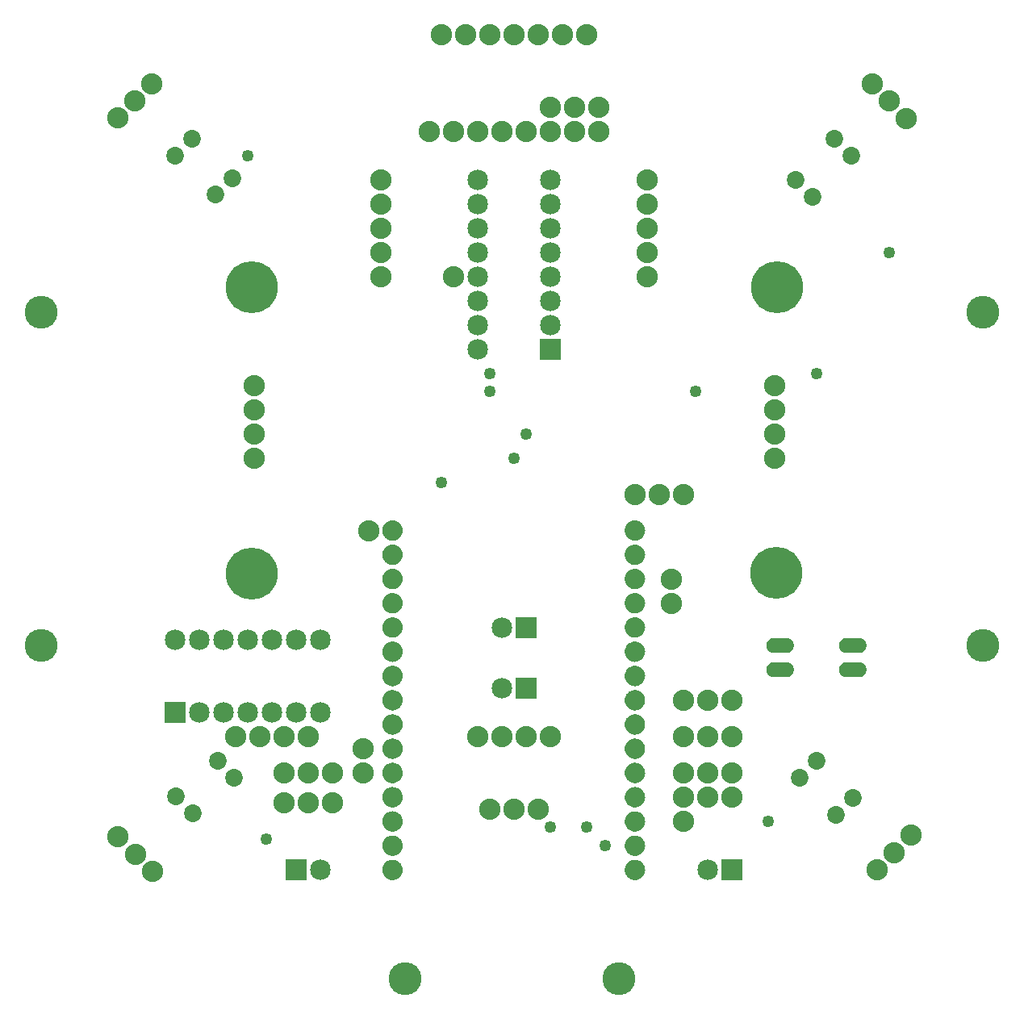
<source format=gts>
G04 MADE WITH FRITZING*
G04 WWW.FRITZING.ORG*
G04 DOUBLE SIDED*
G04 HOLES PLATED*
G04 CONTOUR ON CENTER OF CONTOUR VECTOR*
%ASAXBY*%
%FSLAX23Y23*%
%MOIN*%
%OFA0B0*%
%SFA1.0B1.0*%
%ADD10C,0.049370*%
%ADD11C,0.135984*%
%ADD12C,0.088000*%
%ADD13C,0.062000*%
%ADD14C,0.085000*%
%ADD15C,0.072992*%
%ADD16C,0.214724*%
%ADD17R,0.085000X0.085000*%
%ADD18C,0.025748*%
%ADD19R,0.001000X0.001000*%
%LNMASK1*%
G90*
G70*
G54D10*
X2742Y845D03*
G54D11*
X2801Y296D03*
X1915Y296D03*
X412Y1671D03*
X413Y3047D03*
X4304Y1672D03*
X4304Y3049D03*
G54D10*
X2517Y920D03*
X2667Y920D03*
G54D12*
X1742Y1245D03*
X1742Y1145D03*
X2117Y3195D03*
X2517Y3895D03*
X2617Y3895D03*
X2717Y3895D03*
X2517Y3895D03*
X2617Y3895D03*
X2717Y3895D03*
G54D10*
X3117Y2720D03*
X2267Y2720D03*
X3617Y2795D03*
X2267Y2795D03*
X1267Y3695D03*
X2067Y2345D03*
X3917Y3295D03*
G54D13*
X3767Y1570D03*
X3767Y1670D03*
X3467Y1670D03*
X3467Y1570D03*
X3767Y1570D03*
X3767Y1670D03*
X3467Y1670D03*
X3467Y1570D03*
G54D12*
X2067Y4195D03*
X2167Y4195D03*
X2267Y4195D03*
X2367Y4195D03*
X2467Y4195D03*
X2567Y4195D03*
X2667Y4195D03*
X2067Y4195D03*
X2167Y4195D03*
X2267Y4195D03*
X2367Y4195D03*
X2467Y4195D03*
X2567Y4195D03*
X2667Y4195D03*
X2717Y3795D03*
X2617Y3795D03*
X2517Y3795D03*
X2417Y3795D03*
X2317Y3795D03*
X2217Y3795D03*
X2117Y3795D03*
X2017Y3795D03*
X2717Y3795D03*
X2617Y3795D03*
X2517Y3795D03*
X2417Y3795D03*
X2317Y3795D03*
X2217Y3795D03*
X2117Y3795D03*
X2017Y3795D03*
X3017Y1945D03*
X3017Y1845D03*
X1217Y1295D03*
X1317Y1295D03*
X1417Y1295D03*
X1517Y1295D03*
X1217Y1295D03*
X1317Y1295D03*
X1417Y1295D03*
X1517Y1295D03*
X3267Y1045D03*
X3167Y1045D03*
X3267Y1145D03*
X3167Y1145D03*
X3067Y945D03*
X3067Y1045D03*
X3067Y1145D03*
X3067Y945D03*
X3067Y1045D03*
X3067Y1145D03*
X3067Y1295D03*
X3167Y1295D03*
X3267Y1295D03*
X3067Y1295D03*
X3167Y1295D03*
X3267Y1295D03*
X3067Y1445D03*
X3167Y1445D03*
X3267Y1445D03*
X3067Y1445D03*
X3167Y1445D03*
X3267Y1445D03*
X2267Y995D03*
X2367Y995D03*
X2467Y995D03*
X2267Y995D03*
X2367Y995D03*
X2467Y995D03*
X1417Y1020D03*
X1517Y1020D03*
X1617Y1020D03*
X1417Y1020D03*
X1517Y1020D03*
X1617Y1020D03*
X1417Y1145D03*
X1517Y1145D03*
X1617Y1145D03*
X1417Y1145D03*
X1517Y1145D03*
X1617Y1145D03*
X2867Y2295D03*
X2967Y2295D03*
X3067Y2295D03*
X2867Y2295D03*
X2967Y2295D03*
X3067Y2295D03*
G54D14*
X2417Y1745D03*
X2317Y1745D03*
X2417Y1745D03*
X2317Y1745D03*
X2417Y1495D03*
X2317Y1495D03*
X2417Y1495D03*
X2317Y1495D03*
X1467Y745D03*
X1567Y745D03*
X1467Y745D03*
X1567Y745D03*
X3267Y745D03*
X3167Y745D03*
X3267Y745D03*
X3167Y745D03*
G54D12*
X3867Y745D03*
X3937Y816D03*
X4008Y887D03*
X3867Y745D03*
X3937Y816D03*
X4008Y887D03*
X3987Y3849D03*
X3917Y3920D03*
X3846Y3991D03*
X3987Y3849D03*
X3917Y3920D03*
X3846Y3991D03*
X871Y3991D03*
X800Y3920D03*
X729Y3850D03*
X871Y3991D03*
X800Y3920D03*
X729Y3850D03*
X731Y880D03*
X802Y809D03*
X873Y739D03*
X731Y880D03*
X802Y809D03*
X873Y739D03*
G54D10*
X3417Y945D03*
X1342Y870D03*
X2367Y2445D03*
X2417Y2545D03*
G54D14*
X967Y1395D03*
X967Y1695D03*
X1067Y1395D03*
X1067Y1695D03*
X1167Y1395D03*
X1167Y1695D03*
X1267Y1395D03*
X1267Y1695D03*
X1367Y1395D03*
X1367Y1695D03*
X1467Y1395D03*
X1467Y1695D03*
X1567Y1395D03*
X1567Y1695D03*
G54D12*
X2217Y1295D03*
X2317Y1295D03*
X2417Y1295D03*
X2517Y1295D03*
X2217Y1295D03*
X2317Y1295D03*
X2417Y1295D03*
X2517Y1295D03*
G54D15*
X1211Y1126D03*
X1142Y1195D03*
X1211Y1126D03*
X1142Y1195D03*
X3617Y1195D03*
X3547Y1126D03*
X3617Y1195D03*
X3547Y1126D03*
X3530Y3593D03*
X3599Y3524D03*
X3530Y3593D03*
X3599Y3524D03*
X1132Y3533D03*
X1202Y3602D03*
X1132Y3533D03*
X1202Y3602D03*
X1041Y978D03*
X971Y1047D03*
X1041Y978D03*
X971Y1047D03*
X3696Y970D03*
X3765Y1040D03*
X3696Y970D03*
X3765Y1040D03*
X3759Y3694D03*
X3689Y3764D03*
X3759Y3694D03*
X3689Y3764D03*
X1036Y3765D03*
X967Y3695D03*
X1036Y3765D03*
X967Y3695D03*
G54D14*
X2517Y2895D03*
X2217Y2895D03*
X2517Y2995D03*
X2217Y2995D03*
X2517Y3095D03*
X2217Y3095D03*
X2517Y3195D03*
X2217Y3195D03*
X2517Y3295D03*
X2217Y3295D03*
X2517Y3395D03*
X2217Y3395D03*
X2517Y3495D03*
X2217Y3495D03*
X2517Y3595D03*
X2217Y3595D03*
G54D12*
X3442Y2745D03*
X3442Y2645D03*
X3442Y2545D03*
X3442Y2445D03*
X3442Y2745D03*
X3442Y2645D03*
X3442Y2545D03*
X3442Y2445D03*
X1767Y2145D03*
X1292Y2745D03*
X1292Y2645D03*
X1292Y2545D03*
X1292Y2445D03*
X1292Y2745D03*
X1292Y2645D03*
X1292Y2545D03*
X1292Y2445D03*
X1817Y3595D03*
X1817Y3495D03*
X1817Y3395D03*
X1817Y3295D03*
X1817Y3195D03*
X2917Y3595D03*
X2917Y3495D03*
X2917Y3395D03*
X2917Y3295D03*
X2917Y3195D03*
G54D16*
X3452Y3151D03*
X3451Y1971D03*
X1282Y3150D03*
X1283Y1969D03*
G54D17*
X2417Y1745D03*
X2417Y1745D03*
X2417Y1495D03*
X2417Y1495D03*
X1467Y745D03*
X1467Y745D03*
X3267Y745D03*
X3267Y745D03*
X967Y1395D03*
X2517Y2895D03*
G54D18*
G36*
X1211Y1159D02*
X1245Y1126D01*
X1211Y1092D01*
X1178Y1126D01*
X1211Y1159D01*
G37*
D02*
G36*
X1211Y1159D02*
X1245Y1126D01*
X1211Y1092D01*
X1178Y1126D01*
X1211Y1159D01*
G37*
D02*
G36*
X3583Y1195D02*
X3617Y1229D01*
X3650Y1195D01*
X3617Y1162D01*
X3583Y1195D01*
G37*
D02*
G36*
X3583Y1195D02*
X3617Y1229D01*
X3650Y1195D01*
X3617Y1162D01*
X3583Y1195D01*
G37*
D02*
G36*
X3530Y3560D02*
X3496Y3593D01*
X3530Y3627D01*
X3563Y3593D01*
X3530Y3560D01*
G37*
D02*
G36*
X3530Y3560D02*
X3496Y3593D01*
X3530Y3627D01*
X3563Y3593D01*
X3530Y3560D01*
G37*
D02*
G36*
X1165Y3533D02*
X1132Y3499D01*
X1099Y3533D01*
X1132Y3566D01*
X1165Y3533D01*
G37*
D02*
G36*
X1165Y3533D02*
X1132Y3499D01*
X1099Y3533D01*
X1132Y3566D01*
X1165Y3533D01*
G37*
D02*
G36*
X1041Y1011D02*
X1074Y978D01*
X1041Y944D01*
X1007Y978D01*
X1041Y1011D01*
G37*
D02*
G36*
X1041Y1011D02*
X1074Y978D01*
X1041Y944D01*
X1007Y978D01*
X1041Y1011D01*
G37*
D02*
G36*
X3729Y970D02*
X3696Y937D01*
X3662Y970D01*
X3696Y1003D01*
X3729Y970D01*
G37*
D02*
G36*
X3729Y970D02*
X3696Y937D01*
X3662Y970D01*
X3696Y1003D01*
X3729Y970D01*
G37*
D02*
G36*
X3759Y3728D02*
X3792Y3694D01*
X3759Y3661D01*
X3725Y3694D01*
X3759Y3728D01*
G37*
D02*
G36*
X3759Y3728D02*
X3792Y3694D01*
X3759Y3661D01*
X3725Y3694D01*
X3759Y3728D01*
G37*
D02*
G36*
X1003Y3765D02*
X1036Y3798D01*
X1070Y3765D01*
X1036Y3731D01*
X1003Y3765D01*
G37*
D02*
G36*
X1003Y3765D02*
X1036Y3798D01*
X1070Y3765D01*
X1036Y3731D01*
X1003Y3765D01*
G37*
D02*
G54D19*
X1858Y2187D02*
X1871Y2187D01*
X2860Y2187D02*
X2872Y2187D01*
X1854Y2186D02*
X1876Y2186D01*
X2855Y2186D02*
X2877Y2186D01*
X1851Y2185D02*
X1879Y2185D01*
X2852Y2185D02*
X2880Y2185D01*
X1848Y2184D02*
X1881Y2184D01*
X2849Y2184D02*
X2883Y2184D01*
X1846Y2183D02*
X1883Y2183D01*
X2847Y2183D02*
X2885Y2183D01*
X1844Y2182D02*
X1885Y2182D01*
X2846Y2182D02*
X2886Y2182D01*
X1843Y2181D02*
X1887Y2181D01*
X2844Y2181D02*
X2888Y2181D01*
X1841Y2180D02*
X1888Y2180D01*
X2842Y2180D02*
X2890Y2180D01*
X1840Y2179D02*
X1890Y2179D01*
X2841Y2179D02*
X2891Y2179D01*
X1838Y2178D02*
X1891Y2178D01*
X2840Y2178D02*
X2892Y2178D01*
X1837Y2177D02*
X1892Y2177D01*
X2839Y2177D02*
X2893Y2177D01*
X1836Y2176D02*
X1893Y2176D01*
X2838Y2176D02*
X2895Y2176D01*
X1835Y2175D02*
X1894Y2175D01*
X2836Y2175D02*
X2896Y2175D01*
X1834Y2174D02*
X1895Y2174D01*
X2836Y2174D02*
X2896Y2174D01*
X1833Y2173D02*
X1896Y2173D01*
X2835Y2173D02*
X2897Y2173D01*
X1833Y2172D02*
X1897Y2172D01*
X2834Y2172D02*
X2898Y2172D01*
X1832Y2171D02*
X1898Y2171D01*
X2833Y2171D02*
X2899Y2171D01*
X1831Y2170D02*
X1898Y2170D01*
X2832Y2170D02*
X2900Y2170D01*
X1830Y2169D02*
X1899Y2169D01*
X2832Y2169D02*
X2900Y2169D01*
X1830Y2168D02*
X1900Y2168D01*
X2831Y2168D02*
X2901Y2168D01*
X1829Y2167D02*
X1900Y2167D01*
X2830Y2167D02*
X2902Y2167D01*
X1828Y2166D02*
X1901Y2166D01*
X2830Y2166D02*
X2902Y2166D01*
X1828Y2165D02*
X1901Y2165D01*
X2829Y2165D02*
X2903Y2165D01*
X1827Y2164D02*
X1902Y2164D01*
X2829Y2164D02*
X2903Y2164D01*
X1827Y2163D02*
X1902Y2163D01*
X2828Y2163D02*
X2904Y2163D01*
X1826Y2162D02*
X1903Y2162D01*
X2828Y2162D02*
X2904Y2162D01*
X1826Y2161D02*
X1903Y2161D01*
X2827Y2161D02*
X2905Y2161D01*
X1826Y2160D02*
X1904Y2160D01*
X2827Y2160D02*
X2905Y2160D01*
X1825Y2159D02*
X1904Y2159D01*
X2827Y2159D02*
X2905Y2159D01*
X1825Y2158D02*
X1904Y2158D01*
X2826Y2158D02*
X2906Y2158D01*
X1825Y2157D02*
X1905Y2157D01*
X2826Y2157D02*
X2906Y2157D01*
X1825Y2156D02*
X1905Y2156D01*
X2826Y2156D02*
X2906Y2156D01*
X1824Y2155D02*
X1905Y2155D01*
X2826Y2155D02*
X2906Y2155D01*
X1824Y2154D02*
X1905Y2154D01*
X2825Y2154D02*
X2907Y2154D01*
X1824Y2153D02*
X1905Y2153D01*
X2825Y2153D02*
X2907Y2153D01*
X1824Y2152D02*
X1906Y2152D01*
X2825Y2152D02*
X2907Y2152D01*
X1824Y2151D02*
X1906Y2151D01*
X2825Y2151D02*
X2907Y2151D01*
X1823Y2150D02*
X1906Y2150D01*
X2825Y2150D02*
X2907Y2150D01*
X1823Y2149D02*
X1906Y2149D01*
X2825Y2149D02*
X2907Y2149D01*
X1823Y2148D02*
X1906Y2148D01*
X2825Y2148D02*
X2907Y2148D01*
X1823Y2147D02*
X1906Y2147D01*
X2825Y2147D02*
X2907Y2147D01*
X1823Y2146D02*
X1906Y2146D01*
X2825Y2146D02*
X2908Y2146D01*
X1823Y2145D02*
X1906Y2145D01*
X2825Y2145D02*
X2908Y2145D01*
X1823Y2144D02*
X1906Y2144D01*
X2825Y2144D02*
X2907Y2144D01*
X1823Y2143D02*
X1906Y2143D01*
X2825Y2143D02*
X2907Y2143D01*
X1823Y2142D02*
X1906Y2142D01*
X2825Y2142D02*
X2907Y2142D01*
X1823Y2141D02*
X1906Y2141D01*
X2825Y2141D02*
X2907Y2141D01*
X1824Y2140D02*
X1906Y2140D01*
X2825Y2140D02*
X2907Y2140D01*
X1824Y2139D02*
X1906Y2139D01*
X2825Y2139D02*
X2907Y2139D01*
X1824Y2138D02*
X1905Y2138D01*
X2825Y2138D02*
X2907Y2138D01*
X1824Y2137D02*
X1905Y2137D01*
X2825Y2137D02*
X2907Y2137D01*
X1824Y2136D02*
X1905Y2136D01*
X2826Y2136D02*
X2906Y2136D01*
X1825Y2135D02*
X1905Y2135D01*
X2826Y2135D02*
X2906Y2135D01*
X1825Y2134D02*
X1905Y2134D01*
X2826Y2134D02*
X2906Y2134D01*
X1825Y2133D02*
X1904Y2133D01*
X2826Y2133D02*
X2906Y2133D01*
X1825Y2132D02*
X1904Y2132D01*
X2827Y2132D02*
X2905Y2132D01*
X1826Y2131D02*
X1904Y2131D01*
X2827Y2131D02*
X2905Y2131D01*
X1826Y2130D02*
X1903Y2130D01*
X2828Y2130D02*
X2905Y2130D01*
X1827Y2129D02*
X1903Y2129D01*
X2828Y2129D02*
X2904Y2129D01*
X1827Y2128D02*
X1902Y2128D01*
X2828Y2128D02*
X2904Y2128D01*
X1828Y2127D02*
X1902Y2127D01*
X2829Y2127D02*
X2903Y2127D01*
X1828Y2126D02*
X1901Y2126D01*
X2829Y2126D02*
X2903Y2126D01*
X1829Y2125D02*
X1901Y2125D01*
X2830Y2125D02*
X2902Y2125D01*
X1829Y2124D02*
X1900Y2124D01*
X2831Y2124D02*
X2901Y2124D01*
X1830Y2123D02*
X1900Y2123D01*
X2831Y2123D02*
X2901Y2123D01*
X1830Y2122D02*
X1899Y2122D01*
X2832Y2122D02*
X2900Y2122D01*
X1831Y2121D02*
X1898Y2121D01*
X2833Y2121D02*
X2899Y2121D01*
X1832Y2120D02*
X1897Y2120D01*
X2833Y2120D02*
X2899Y2120D01*
X1833Y2119D02*
X1897Y2119D01*
X2834Y2119D02*
X2898Y2119D01*
X1834Y2118D02*
X1896Y2118D01*
X2835Y2118D02*
X2897Y2118D01*
X1834Y2117D02*
X1895Y2117D01*
X2836Y2117D02*
X2896Y2117D01*
X1835Y2116D02*
X1894Y2116D01*
X2837Y2116D02*
X2895Y2116D01*
X1836Y2115D02*
X1893Y2115D01*
X2838Y2115D02*
X2894Y2115D01*
X1838Y2114D02*
X1892Y2114D01*
X2839Y2114D02*
X2893Y2114D01*
X1839Y2113D02*
X1891Y2113D01*
X2840Y2113D02*
X2892Y2113D01*
X1840Y2112D02*
X1889Y2112D01*
X2841Y2112D02*
X2891Y2112D01*
X1841Y2111D02*
X1888Y2111D01*
X2843Y2111D02*
X2889Y2111D01*
X1843Y2110D02*
X1886Y2110D01*
X2844Y2110D02*
X2888Y2110D01*
X1845Y2109D02*
X1885Y2109D01*
X2846Y2109D02*
X2886Y2109D01*
X1847Y2108D02*
X1883Y2108D01*
X2848Y2108D02*
X2884Y2108D01*
X1849Y2107D02*
X1881Y2107D01*
X2850Y2107D02*
X2882Y2107D01*
X1851Y2106D02*
X1878Y2106D01*
X2853Y2106D02*
X2879Y2106D01*
X1855Y2105D02*
X1875Y2105D01*
X2856Y2105D02*
X2876Y2105D01*
X1860Y2104D02*
X1870Y2104D01*
X2861Y2104D02*
X2871Y2104D01*
X1859Y2087D02*
X1870Y2087D01*
X2860Y2087D02*
X2872Y2087D01*
X1854Y2086D02*
X1875Y2086D01*
X2856Y2086D02*
X2876Y2086D01*
X1851Y2085D02*
X1878Y2085D01*
X2852Y2085D02*
X2880Y2085D01*
X1848Y2084D02*
X1881Y2084D01*
X2850Y2084D02*
X2882Y2084D01*
X1846Y2083D02*
X1883Y2083D01*
X2848Y2083D02*
X2884Y2083D01*
X1844Y2082D02*
X1885Y2082D01*
X2846Y2082D02*
X2886Y2082D01*
X1843Y2081D02*
X1887Y2081D01*
X2844Y2081D02*
X2888Y2081D01*
X1841Y2080D02*
X1888Y2080D01*
X2843Y2080D02*
X2889Y2080D01*
X1840Y2079D02*
X1889Y2079D01*
X2841Y2079D02*
X2891Y2079D01*
X1839Y2078D02*
X1891Y2078D01*
X2840Y2078D02*
X2892Y2078D01*
X1837Y2077D02*
X1892Y2077D01*
X2839Y2077D02*
X2893Y2077D01*
X1836Y2076D02*
X1893Y2076D01*
X2838Y2076D02*
X2894Y2076D01*
X1835Y2075D02*
X1894Y2075D01*
X2837Y2075D02*
X2895Y2075D01*
X1834Y2074D02*
X1895Y2074D01*
X2836Y2074D02*
X2896Y2074D01*
X1833Y2073D02*
X1896Y2073D01*
X2835Y2073D02*
X2897Y2073D01*
X1833Y2072D02*
X1897Y2072D01*
X2834Y2072D02*
X2898Y2072D01*
X1832Y2071D02*
X1897Y2071D01*
X2833Y2071D02*
X2899Y2071D01*
X1831Y2070D02*
X1898Y2070D01*
X2832Y2070D02*
X2900Y2070D01*
X1830Y2069D02*
X1899Y2069D01*
X2832Y2069D02*
X2900Y2069D01*
X1830Y2068D02*
X1900Y2068D01*
X2831Y2068D02*
X2901Y2068D01*
X1829Y2067D02*
X1900Y2067D01*
X2831Y2067D02*
X2902Y2067D01*
X1829Y2066D02*
X1901Y2066D01*
X2830Y2066D02*
X2902Y2066D01*
X1828Y2065D02*
X1901Y2065D01*
X2829Y2065D02*
X2903Y2065D01*
X1827Y2064D02*
X1902Y2064D01*
X2829Y2064D02*
X2903Y2064D01*
X1827Y2063D02*
X1902Y2063D01*
X2828Y2063D02*
X2904Y2063D01*
X1827Y2062D02*
X1903Y2062D01*
X2828Y2062D02*
X2904Y2062D01*
X1826Y2061D02*
X1903Y2061D01*
X2827Y2061D02*
X2905Y2061D01*
X1826Y2060D02*
X1904Y2060D01*
X2827Y2060D02*
X2905Y2060D01*
X1825Y2059D02*
X1904Y2059D01*
X2827Y2059D02*
X2905Y2059D01*
X1825Y2058D02*
X1904Y2058D01*
X2826Y2058D02*
X2906Y2058D01*
X1825Y2057D02*
X1905Y2057D01*
X2826Y2057D02*
X2906Y2057D01*
X1825Y2056D02*
X1905Y2056D01*
X2826Y2056D02*
X2906Y2056D01*
X1824Y2055D02*
X1905Y2055D01*
X2826Y2055D02*
X2906Y2055D01*
X1824Y2054D02*
X1905Y2054D01*
X2825Y2054D02*
X2907Y2054D01*
X1824Y2053D02*
X1905Y2053D01*
X2825Y2053D02*
X2907Y2053D01*
X1824Y2052D02*
X1906Y2052D01*
X2825Y2052D02*
X2907Y2052D01*
X1824Y2051D02*
X1906Y2051D01*
X2825Y2051D02*
X2907Y2051D01*
X1823Y2050D02*
X1906Y2050D01*
X2825Y2050D02*
X2907Y2050D01*
X1823Y2049D02*
X1906Y2049D01*
X2825Y2049D02*
X2907Y2049D01*
X1823Y2048D02*
X1906Y2048D01*
X2825Y2048D02*
X2907Y2048D01*
X1823Y2047D02*
X1906Y2047D01*
X2825Y2047D02*
X2907Y2047D01*
X1823Y2046D02*
X1906Y2046D01*
X2825Y2046D02*
X2908Y2046D01*
X1823Y2045D02*
X1906Y2045D01*
X2825Y2045D02*
X2908Y2045D01*
X1823Y2044D02*
X1906Y2044D01*
X2825Y2044D02*
X2907Y2044D01*
X1823Y2043D02*
X1906Y2043D01*
X2825Y2043D02*
X2907Y2043D01*
X1823Y2042D02*
X1906Y2042D01*
X2825Y2042D02*
X2907Y2042D01*
X1823Y2041D02*
X1906Y2041D01*
X2825Y2041D02*
X2907Y2041D01*
X1824Y2040D02*
X1906Y2040D01*
X2825Y2040D02*
X2907Y2040D01*
X1824Y2039D02*
X1906Y2039D01*
X2825Y2039D02*
X2907Y2039D01*
X1824Y2038D02*
X1905Y2038D01*
X2825Y2038D02*
X2907Y2038D01*
X1824Y2037D02*
X1905Y2037D01*
X2825Y2037D02*
X2907Y2037D01*
X1824Y2036D02*
X1905Y2036D01*
X2826Y2036D02*
X2906Y2036D01*
X1825Y2035D02*
X1905Y2035D01*
X2826Y2035D02*
X2906Y2035D01*
X1825Y2034D02*
X1905Y2034D01*
X2826Y2034D02*
X2906Y2034D01*
X1825Y2033D02*
X1904Y2033D01*
X2826Y2033D02*
X2906Y2033D01*
X1825Y2032D02*
X1904Y2032D01*
X2827Y2032D02*
X2905Y2032D01*
X1826Y2031D02*
X1904Y2031D01*
X2827Y2031D02*
X2905Y2031D01*
X1826Y2030D02*
X1903Y2030D01*
X2827Y2030D02*
X2905Y2030D01*
X1827Y2029D02*
X1903Y2029D01*
X2828Y2029D02*
X2904Y2029D01*
X1827Y2028D02*
X1902Y2028D01*
X2828Y2028D02*
X2904Y2028D01*
X1827Y2027D02*
X1902Y2027D01*
X2829Y2027D02*
X2903Y2027D01*
X1828Y2026D02*
X1901Y2026D01*
X2829Y2026D02*
X2903Y2026D01*
X1829Y2025D02*
X1901Y2025D01*
X2830Y2025D02*
X2902Y2025D01*
X1829Y2024D02*
X1900Y2024D01*
X2831Y2024D02*
X2902Y2024D01*
X1830Y2023D02*
X1900Y2023D01*
X2831Y2023D02*
X2901Y2023D01*
X1830Y2022D02*
X1899Y2022D01*
X2832Y2022D02*
X2900Y2022D01*
X1831Y2021D02*
X1898Y2021D01*
X2832Y2021D02*
X2900Y2021D01*
X1832Y2020D02*
X1897Y2020D01*
X2833Y2020D02*
X2899Y2020D01*
X1833Y2019D02*
X1897Y2019D01*
X2834Y2019D02*
X2898Y2019D01*
X1833Y2018D02*
X1896Y2018D01*
X2835Y2018D02*
X2897Y2018D01*
X1834Y2017D02*
X1895Y2017D01*
X2836Y2017D02*
X2896Y2017D01*
X1835Y2016D02*
X1894Y2016D01*
X2837Y2016D02*
X2895Y2016D01*
X1836Y2015D02*
X1893Y2015D01*
X2838Y2015D02*
X2894Y2015D01*
X1837Y2014D02*
X1892Y2014D01*
X2839Y2014D02*
X2893Y2014D01*
X1839Y2013D02*
X1891Y2013D01*
X2840Y2013D02*
X2892Y2013D01*
X1840Y2012D02*
X1889Y2012D01*
X2841Y2012D02*
X2891Y2012D01*
X1841Y2011D02*
X1888Y2011D01*
X2843Y2011D02*
X2889Y2011D01*
X1843Y2010D02*
X1887Y2010D01*
X2844Y2010D02*
X2888Y2010D01*
X1844Y2009D02*
X1885Y2009D01*
X2846Y2009D02*
X2886Y2009D01*
X1846Y2008D02*
X1883Y2008D01*
X2848Y2008D02*
X2884Y2008D01*
X1848Y2007D02*
X1881Y2007D01*
X2850Y2007D02*
X2882Y2007D01*
X1851Y2006D02*
X1878Y2006D01*
X2852Y2006D02*
X2880Y2006D01*
X1854Y2005D02*
X1875Y2005D01*
X2856Y2005D02*
X2876Y2005D01*
X1859Y2004D02*
X1870Y2004D01*
X2860Y2004D02*
X2872Y2004D01*
X1860Y1987D02*
X1869Y1987D01*
X2861Y1987D02*
X2871Y1987D01*
X1855Y1986D02*
X1875Y1986D01*
X2856Y1986D02*
X2876Y1986D01*
X1851Y1985D02*
X1878Y1985D01*
X2853Y1985D02*
X2879Y1985D01*
X1849Y1984D02*
X1881Y1984D01*
X2850Y1984D02*
X2882Y1984D01*
X1847Y1983D02*
X1883Y1983D01*
X2848Y1983D02*
X2884Y1983D01*
X1845Y1982D02*
X1885Y1982D01*
X2846Y1982D02*
X2886Y1982D01*
X1843Y1981D02*
X1886Y1981D01*
X2844Y1981D02*
X2888Y1981D01*
X1841Y1980D02*
X1888Y1980D01*
X2843Y1980D02*
X2889Y1980D01*
X1840Y1979D02*
X1889Y1979D01*
X2841Y1979D02*
X2891Y1979D01*
X1839Y1978D02*
X1891Y1978D01*
X2840Y1978D02*
X2892Y1978D01*
X1838Y1977D02*
X1892Y1977D01*
X2839Y1977D02*
X2893Y1977D01*
X1836Y1976D02*
X1893Y1976D01*
X2838Y1976D02*
X2894Y1976D01*
X1835Y1975D02*
X1894Y1975D01*
X2837Y1975D02*
X2895Y1975D01*
X1834Y1974D02*
X1895Y1974D01*
X2836Y1974D02*
X2896Y1974D01*
X1834Y1973D02*
X1896Y1973D01*
X2835Y1973D02*
X2897Y1973D01*
X1833Y1972D02*
X1897Y1972D01*
X2834Y1972D02*
X2898Y1972D01*
X1832Y1971D02*
X1897Y1971D01*
X2833Y1971D02*
X2899Y1971D01*
X1831Y1970D02*
X1898Y1970D01*
X2833Y1970D02*
X2899Y1970D01*
X1831Y1969D02*
X1899Y1969D01*
X2832Y1969D02*
X2900Y1969D01*
X1830Y1968D02*
X1899Y1968D01*
X2831Y1968D02*
X2901Y1968D01*
X1829Y1967D02*
X1900Y1967D01*
X2831Y1967D02*
X2901Y1967D01*
X1829Y1966D02*
X1901Y1966D01*
X2830Y1966D02*
X2902Y1966D01*
X1828Y1965D02*
X1901Y1965D01*
X2829Y1965D02*
X2903Y1965D01*
X1828Y1964D02*
X1902Y1964D01*
X2829Y1964D02*
X2903Y1964D01*
X1827Y1963D02*
X1902Y1963D01*
X2828Y1963D02*
X2904Y1963D01*
X1827Y1962D02*
X1903Y1962D01*
X2828Y1962D02*
X2904Y1962D01*
X1826Y1961D02*
X1903Y1961D01*
X2828Y1961D02*
X2905Y1961D01*
X1826Y1960D02*
X1904Y1960D01*
X2827Y1960D02*
X2905Y1960D01*
X1825Y1959D02*
X1904Y1959D01*
X2827Y1959D02*
X2905Y1959D01*
X1825Y1958D02*
X1904Y1958D01*
X2826Y1958D02*
X2906Y1958D01*
X1825Y1957D02*
X1904Y1957D01*
X2826Y1957D02*
X2906Y1957D01*
X1825Y1956D02*
X1905Y1956D01*
X2826Y1956D02*
X2906Y1956D01*
X1824Y1955D02*
X1905Y1955D01*
X2826Y1955D02*
X2906Y1955D01*
X1824Y1954D02*
X1905Y1954D01*
X2825Y1954D02*
X2907Y1954D01*
X1824Y1953D02*
X1905Y1953D01*
X2825Y1953D02*
X2907Y1953D01*
X1824Y1952D02*
X1906Y1952D01*
X2825Y1952D02*
X2907Y1952D01*
X1824Y1951D02*
X1906Y1951D01*
X2825Y1951D02*
X2907Y1951D01*
X1823Y1950D02*
X1906Y1950D01*
X2825Y1950D02*
X2907Y1950D01*
X1823Y1949D02*
X1906Y1949D01*
X2825Y1949D02*
X2907Y1949D01*
X1823Y1948D02*
X1906Y1948D01*
X2825Y1948D02*
X2907Y1948D01*
X1823Y1947D02*
X1906Y1947D01*
X2825Y1947D02*
X2907Y1947D01*
X1823Y1946D02*
X1906Y1946D01*
X2825Y1946D02*
X2908Y1946D01*
X1823Y1945D02*
X1906Y1945D01*
X2825Y1945D02*
X2908Y1945D01*
X1823Y1944D02*
X1906Y1944D01*
X2825Y1944D02*
X2907Y1944D01*
X1823Y1943D02*
X1906Y1943D01*
X2825Y1943D02*
X2907Y1943D01*
X1823Y1942D02*
X1906Y1942D01*
X2825Y1942D02*
X2907Y1942D01*
X1823Y1941D02*
X1906Y1941D01*
X2825Y1941D02*
X2907Y1941D01*
X1824Y1940D02*
X1906Y1940D01*
X2825Y1940D02*
X2907Y1940D01*
X1824Y1939D02*
X1906Y1939D01*
X2825Y1939D02*
X2907Y1939D01*
X1824Y1938D02*
X1905Y1938D01*
X2825Y1938D02*
X2907Y1938D01*
X1824Y1937D02*
X1905Y1937D01*
X2825Y1937D02*
X2907Y1937D01*
X1824Y1936D02*
X1905Y1936D01*
X2826Y1936D02*
X2906Y1936D01*
X1825Y1935D02*
X1905Y1935D01*
X2826Y1935D02*
X2906Y1935D01*
X1825Y1934D02*
X1905Y1934D01*
X2826Y1934D02*
X2906Y1934D01*
X1825Y1933D02*
X1904Y1933D01*
X2826Y1933D02*
X2906Y1933D01*
X1825Y1932D02*
X1904Y1932D01*
X2827Y1932D02*
X2905Y1932D01*
X1826Y1931D02*
X1904Y1931D01*
X2827Y1931D02*
X2905Y1931D01*
X1826Y1930D02*
X1903Y1930D01*
X2827Y1930D02*
X2905Y1930D01*
X1826Y1929D02*
X1903Y1929D01*
X2828Y1929D02*
X2904Y1929D01*
X1827Y1928D02*
X1902Y1928D01*
X2828Y1928D02*
X2904Y1928D01*
X1827Y1927D02*
X1902Y1927D01*
X2829Y1927D02*
X2903Y1927D01*
X1828Y1926D02*
X1901Y1926D01*
X2829Y1926D02*
X2903Y1926D01*
X1828Y1925D02*
X1901Y1925D01*
X2830Y1925D02*
X2902Y1925D01*
X1829Y1924D02*
X1900Y1924D01*
X2830Y1924D02*
X2902Y1924D01*
X1830Y1923D02*
X1900Y1923D01*
X2831Y1923D02*
X2901Y1923D01*
X1830Y1922D02*
X1899Y1922D01*
X2832Y1922D02*
X2900Y1922D01*
X1831Y1921D02*
X1898Y1921D01*
X2832Y1921D02*
X2900Y1921D01*
X1832Y1920D02*
X1898Y1920D01*
X2833Y1920D02*
X2899Y1920D01*
X1832Y1919D02*
X1897Y1919D01*
X2834Y1919D02*
X2898Y1919D01*
X1833Y1918D02*
X1896Y1918D01*
X2835Y1918D02*
X2897Y1918D01*
X1834Y1917D02*
X1895Y1917D01*
X2836Y1917D02*
X2896Y1917D01*
X1835Y1916D02*
X1894Y1916D01*
X2836Y1916D02*
X2896Y1916D01*
X1836Y1915D02*
X1893Y1915D01*
X2837Y1915D02*
X2895Y1915D01*
X1837Y1914D02*
X1892Y1914D01*
X2839Y1914D02*
X2893Y1914D01*
X1838Y1913D02*
X1891Y1913D01*
X2840Y1913D02*
X2892Y1913D01*
X1840Y1912D02*
X1890Y1912D01*
X2841Y1912D02*
X2891Y1912D01*
X1841Y1911D02*
X1888Y1911D01*
X2842Y1911D02*
X2890Y1911D01*
X1843Y1910D02*
X1887Y1910D01*
X2844Y1910D02*
X2888Y1910D01*
X1844Y1909D02*
X1885Y1909D01*
X2846Y1909D02*
X2886Y1909D01*
X1846Y1908D02*
X1883Y1908D01*
X2847Y1908D02*
X2885Y1908D01*
X1848Y1907D02*
X1881Y1907D01*
X2849Y1907D02*
X2883Y1907D01*
X1851Y1906D02*
X1879Y1906D01*
X2852Y1906D02*
X2880Y1906D01*
X1854Y1905D02*
X1876Y1905D01*
X2855Y1905D02*
X2877Y1905D01*
X1858Y1904D02*
X1871Y1904D01*
X2860Y1904D02*
X2873Y1904D01*
X1861Y1887D02*
X1869Y1887D01*
X2862Y1887D02*
X2870Y1887D01*
X1855Y1886D02*
X1874Y1886D01*
X2857Y1886D02*
X2875Y1886D01*
X1852Y1885D02*
X1878Y1885D01*
X2853Y1885D02*
X2879Y1885D01*
X1849Y1884D02*
X1880Y1884D01*
X2850Y1884D02*
X2882Y1884D01*
X1847Y1883D02*
X1883Y1883D01*
X2848Y1883D02*
X2884Y1883D01*
X1845Y1882D02*
X1884Y1882D01*
X2846Y1882D02*
X2886Y1882D01*
X1843Y1881D02*
X1886Y1881D01*
X2845Y1881D02*
X2887Y1881D01*
X1842Y1880D02*
X1888Y1880D01*
X2843Y1880D02*
X2889Y1880D01*
X1840Y1879D02*
X1889Y1879D01*
X2842Y1879D02*
X2890Y1879D01*
X1839Y1878D02*
X1890Y1878D01*
X2840Y1878D02*
X2892Y1878D01*
X1838Y1877D02*
X1892Y1877D01*
X2839Y1877D02*
X2893Y1877D01*
X1837Y1876D02*
X1893Y1876D01*
X2838Y1876D02*
X2894Y1876D01*
X1836Y1875D02*
X1894Y1875D01*
X2837Y1875D02*
X2895Y1875D01*
X1835Y1874D02*
X1895Y1874D01*
X2836Y1874D02*
X2896Y1874D01*
X1834Y1873D02*
X1896Y1873D01*
X2835Y1873D02*
X2897Y1873D01*
X1833Y1872D02*
X1897Y1872D01*
X2834Y1872D02*
X2898Y1872D01*
X1832Y1871D02*
X1897Y1871D01*
X2833Y1871D02*
X2899Y1871D01*
X1831Y1870D02*
X1898Y1870D01*
X2833Y1870D02*
X2899Y1870D01*
X1831Y1869D02*
X1899Y1869D01*
X2832Y1869D02*
X2900Y1869D01*
X1830Y1868D02*
X1899Y1868D01*
X2831Y1868D02*
X2901Y1868D01*
X1829Y1867D02*
X1900Y1867D01*
X2831Y1867D02*
X2901Y1867D01*
X1829Y1866D02*
X1901Y1866D01*
X2830Y1866D02*
X2902Y1866D01*
X1828Y1865D02*
X1901Y1865D01*
X2829Y1865D02*
X2903Y1865D01*
X1828Y1864D02*
X1902Y1864D01*
X2829Y1864D02*
X2903Y1864D01*
X1827Y1863D02*
X1902Y1863D01*
X2828Y1863D02*
X2904Y1863D01*
X1827Y1862D02*
X1903Y1862D01*
X2828Y1862D02*
X2904Y1862D01*
X1826Y1861D02*
X1903Y1861D01*
X2828Y1861D02*
X2904Y1861D01*
X1826Y1860D02*
X1903Y1860D01*
X2827Y1860D02*
X2905Y1860D01*
X1826Y1859D02*
X1904Y1859D01*
X2827Y1859D02*
X2905Y1859D01*
X1825Y1858D02*
X1904Y1858D01*
X2827Y1858D02*
X2906Y1858D01*
X1825Y1857D02*
X1904Y1857D01*
X2826Y1857D02*
X2906Y1857D01*
X1825Y1856D02*
X1905Y1856D01*
X2826Y1856D02*
X2906Y1856D01*
X1824Y1855D02*
X1905Y1855D01*
X2826Y1855D02*
X2906Y1855D01*
X1824Y1854D02*
X1905Y1854D01*
X2825Y1854D02*
X2907Y1854D01*
X1824Y1853D02*
X1905Y1853D01*
X2825Y1853D02*
X2907Y1853D01*
X1824Y1852D02*
X1906Y1852D01*
X2825Y1852D02*
X2907Y1852D01*
X1824Y1851D02*
X1906Y1851D01*
X2825Y1851D02*
X2907Y1851D01*
X1823Y1850D02*
X1906Y1850D01*
X2825Y1850D02*
X2907Y1850D01*
X1823Y1849D02*
X1906Y1849D01*
X2825Y1849D02*
X2907Y1849D01*
X1823Y1848D02*
X1906Y1848D01*
X2825Y1848D02*
X2907Y1848D01*
X1823Y1847D02*
X1906Y1847D01*
X2825Y1847D02*
X2907Y1847D01*
X1823Y1846D02*
X1906Y1846D01*
X2825Y1846D02*
X2908Y1846D01*
X1823Y1845D02*
X1906Y1845D01*
X2824Y1845D02*
X2908Y1845D01*
X1823Y1844D02*
X1906Y1844D01*
X2825Y1844D02*
X2908Y1844D01*
X1823Y1843D02*
X1906Y1843D01*
X2825Y1843D02*
X2907Y1843D01*
X1823Y1842D02*
X1906Y1842D01*
X2825Y1842D02*
X2907Y1842D01*
X1823Y1841D02*
X1906Y1841D01*
X2825Y1841D02*
X2907Y1841D01*
X1824Y1840D02*
X1906Y1840D01*
X2825Y1840D02*
X2907Y1840D01*
X1824Y1839D02*
X1906Y1839D01*
X2825Y1839D02*
X2907Y1839D01*
X1824Y1838D02*
X1905Y1838D01*
X2825Y1838D02*
X2907Y1838D01*
X1824Y1837D02*
X1905Y1837D01*
X2825Y1837D02*
X2907Y1837D01*
X1824Y1836D02*
X1905Y1836D01*
X2826Y1836D02*
X2906Y1836D01*
X1824Y1835D02*
X1905Y1835D01*
X2826Y1835D02*
X2906Y1835D01*
X1825Y1834D02*
X1905Y1834D01*
X2826Y1834D02*
X2906Y1834D01*
X1825Y1833D02*
X1904Y1833D01*
X2826Y1833D02*
X2906Y1833D01*
X1825Y1832D02*
X1904Y1832D01*
X2827Y1832D02*
X2905Y1832D01*
X1826Y1831D02*
X1904Y1831D01*
X2827Y1831D02*
X2905Y1831D01*
X1826Y1830D02*
X1903Y1830D01*
X2827Y1830D02*
X2905Y1830D01*
X1826Y1829D02*
X1903Y1829D01*
X2828Y1829D02*
X2904Y1829D01*
X1827Y1828D02*
X1902Y1828D01*
X2828Y1828D02*
X2904Y1828D01*
X1827Y1827D02*
X1902Y1827D01*
X2829Y1827D02*
X2903Y1827D01*
X1828Y1826D02*
X1902Y1826D01*
X2829Y1826D02*
X2903Y1826D01*
X1828Y1825D02*
X1901Y1825D01*
X2830Y1825D02*
X2902Y1825D01*
X1829Y1824D02*
X1900Y1824D01*
X2830Y1824D02*
X2902Y1824D01*
X1830Y1823D02*
X1900Y1823D01*
X2831Y1823D02*
X2901Y1823D01*
X1830Y1822D02*
X1899Y1822D01*
X2832Y1822D02*
X2900Y1822D01*
X1831Y1821D02*
X1898Y1821D01*
X2832Y1821D02*
X2900Y1821D01*
X1832Y1820D02*
X1898Y1820D01*
X2833Y1820D02*
X2899Y1820D01*
X1832Y1819D02*
X1897Y1819D01*
X2834Y1819D02*
X2898Y1819D01*
X1833Y1818D02*
X1896Y1818D01*
X2835Y1818D02*
X2898Y1818D01*
X1834Y1817D02*
X1895Y1817D01*
X2835Y1817D02*
X2897Y1817D01*
X1835Y1816D02*
X1894Y1816D01*
X2836Y1816D02*
X2896Y1816D01*
X1836Y1815D02*
X1893Y1815D01*
X2837Y1815D02*
X2895Y1815D01*
X1837Y1814D02*
X1892Y1814D01*
X2838Y1814D02*
X2894Y1814D01*
X1838Y1813D02*
X1891Y1813D01*
X2840Y1813D02*
X2892Y1813D01*
X1840Y1812D02*
X1890Y1812D01*
X2841Y1812D02*
X2891Y1812D01*
X1841Y1811D02*
X1888Y1811D01*
X2842Y1811D02*
X2890Y1811D01*
X1842Y1810D02*
X1887Y1810D01*
X2844Y1810D02*
X2888Y1810D01*
X1844Y1809D02*
X1885Y1809D01*
X2845Y1809D02*
X2887Y1809D01*
X1846Y1808D02*
X1884Y1808D01*
X2847Y1808D02*
X2885Y1808D01*
X1848Y1807D02*
X1882Y1807D01*
X2849Y1807D02*
X2883Y1807D01*
X1850Y1806D02*
X1879Y1806D01*
X2852Y1806D02*
X2881Y1806D01*
X1853Y1805D02*
X1876Y1805D01*
X2855Y1805D02*
X2878Y1805D01*
X1857Y1804D02*
X1872Y1804D01*
X2859Y1804D02*
X2873Y1804D01*
X1863Y1787D02*
X1867Y1787D01*
X2864Y1787D02*
X2868Y1787D01*
X1856Y1786D02*
X1873Y1786D01*
X2857Y1786D02*
X2875Y1786D01*
X1852Y1785D02*
X1877Y1785D01*
X2853Y1785D02*
X2879Y1785D01*
X1849Y1784D02*
X1880Y1784D01*
X2851Y1784D02*
X2881Y1784D01*
X1847Y1783D02*
X1882Y1783D01*
X2848Y1783D02*
X2884Y1783D01*
X1845Y1782D02*
X1884Y1782D01*
X2846Y1782D02*
X2886Y1782D01*
X1843Y1781D02*
X1886Y1781D01*
X2845Y1781D02*
X2887Y1781D01*
X1842Y1780D02*
X1887Y1780D01*
X2843Y1780D02*
X2889Y1780D01*
X1840Y1779D02*
X1889Y1779D01*
X2842Y1779D02*
X2890Y1779D01*
X1839Y1778D02*
X1890Y1778D01*
X2840Y1778D02*
X2892Y1778D01*
X1838Y1777D02*
X1891Y1777D01*
X2839Y1777D02*
X2893Y1777D01*
X1837Y1776D02*
X1893Y1776D01*
X2838Y1776D02*
X2894Y1776D01*
X1836Y1775D02*
X1894Y1775D01*
X2837Y1775D02*
X2895Y1775D01*
X1835Y1774D02*
X1895Y1774D01*
X2836Y1774D02*
X2896Y1774D01*
X1834Y1773D02*
X1896Y1773D01*
X2835Y1773D02*
X2897Y1773D01*
X1833Y1772D02*
X1896Y1772D01*
X2834Y1772D02*
X2898Y1772D01*
X1832Y1771D02*
X1897Y1771D01*
X2834Y1771D02*
X2899Y1771D01*
X1831Y1770D02*
X1898Y1770D01*
X2833Y1770D02*
X2899Y1770D01*
X1831Y1769D02*
X1899Y1769D01*
X2832Y1769D02*
X2900Y1769D01*
X1830Y1768D02*
X1899Y1768D01*
X2831Y1768D02*
X2901Y1768D01*
X1829Y1767D02*
X1900Y1767D01*
X2831Y1767D02*
X2901Y1767D01*
X1829Y1766D02*
X1901Y1766D01*
X2830Y1766D02*
X2902Y1766D01*
X1828Y1765D02*
X1901Y1765D01*
X2830Y1765D02*
X2903Y1765D01*
X1828Y1764D02*
X1902Y1764D01*
X2829Y1764D02*
X2903Y1764D01*
X1827Y1763D02*
X1902Y1763D01*
X2829Y1763D02*
X2904Y1763D01*
X1827Y1762D02*
X1903Y1762D01*
X2828Y1762D02*
X2904Y1762D01*
X1826Y1761D02*
X1903Y1761D01*
X2828Y1761D02*
X2904Y1761D01*
X1826Y1760D02*
X1903Y1760D01*
X2827Y1760D02*
X2905Y1760D01*
X1826Y1759D02*
X1904Y1759D01*
X2827Y1759D02*
X2905Y1759D01*
X1825Y1758D02*
X1904Y1758D01*
X2827Y1758D02*
X2905Y1758D01*
X1825Y1757D02*
X1904Y1757D01*
X2826Y1757D02*
X2906Y1757D01*
X1825Y1756D02*
X1905Y1756D01*
X2826Y1756D02*
X2906Y1756D01*
X1824Y1755D02*
X1905Y1755D01*
X2826Y1755D02*
X2906Y1755D01*
X1824Y1754D02*
X1905Y1754D01*
X2826Y1754D02*
X2907Y1754D01*
X1824Y1753D02*
X1905Y1753D01*
X2825Y1753D02*
X2907Y1753D01*
X1824Y1752D02*
X1906Y1752D01*
X2825Y1752D02*
X2907Y1752D01*
X1824Y1751D02*
X1906Y1751D01*
X2825Y1751D02*
X2907Y1751D01*
X1823Y1750D02*
X1906Y1750D01*
X2825Y1750D02*
X2907Y1750D01*
X1823Y1749D02*
X1906Y1749D01*
X2825Y1749D02*
X2907Y1749D01*
X1823Y1748D02*
X1906Y1748D01*
X2825Y1748D02*
X2907Y1748D01*
X1823Y1747D02*
X1906Y1747D01*
X2825Y1747D02*
X2907Y1747D01*
X1823Y1746D02*
X1906Y1746D01*
X2825Y1746D02*
X2908Y1746D01*
X1823Y1745D02*
X1906Y1745D01*
X2824Y1745D02*
X2908Y1745D01*
X1823Y1744D02*
X1906Y1744D01*
X2825Y1744D02*
X2908Y1744D01*
X1823Y1743D02*
X1906Y1743D01*
X2825Y1743D02*
X2907Y1743D01*
X1823Y1742D02*
X1906Y1742D01*
X2825Y1742D02*
X2907Y1742D01*
X1823Y1741D02*
X1906Y1741D01*
X2825Y1741D02*
X2907Y1741D01*
X1824Y1740D02*
X1906Y1740D01*
X2825Y1740D02*
X2907Y1740D01*
X1824Y1739D02*
X1906Y1739D01*
X2825Y1739D02*
X2907Y1739D01*
X1824Y1738D02*
X1906Y1738D01*
X2825Y1738D02*
X2907Y1738D01*
X1824Y1737D02*
X1905Y1737D01*
X2825Y1737D02*
X2907Y1737D01*
X1824Y1736D02*
X1905Y1736D01*
X2826Y1736D02*
X2906Y1736D01*
X1824Y1735D02*
X1905Y1735D01*
X2826Y1735D02*
X2906Y1735D01*
X1825Y1734D02*
X1905Y1734D01*
X2826Y1734D02*
X2906Y1734D01*
X1825Y1733D02*
X1904Y1733D01*
X2826Y1733D02*
X2906Y1733D01*
X1825Y1732D02*
X1904Y1732D01*
X2827Y1732D02*
X2905Y1732D01*
X1826Y1731D02*
X1904Y1731D01*
X2827Y1731D02*
X2905Y1731D01*
X1826Y1730D02*
X1903Y1730D01*
X2827Y1730D02*
X2905Y1730D01*
X1826Y1729D02*
X1903Y1729D01*
X2828Y1729D02*
X2904Y1729D01*
X1827Y1728D02*
X1903Y1728D01*
X2828Y1728D02*
X2904Y1728D01*
X1827Y1727D02*
X1902Y1727D01*
X2829Y1727D02*
X2903Y1727D01*
X1828Y1726D02*
X1902Y1726D01*
X2829Y1726D02*
X2903Y1726D01*
X1828Y1725D02*
X1901Y1725D01*
X2830Y1725D02*
X2902Y1725D01*
X1829Y1724D02*
X1900Y1724D01*
X2830Y1724D02*
X2902Y1724D01*
X1830Y1723D02*
X1900Y1723D01*
X2831Y1723D02*
X2901Y1723D01*
X1830Y1722D02*
X1899Y1722D01*
X2831Y1722D02*
X2901Y1722D01*
X1831Y1721D02*
X1899Y1721D01*
X2832Y1721D02*
X2900Y1721D01*
X1832Y1720D02*
X1898Y1720D01*
X2833Y1720D02*
X2899Y1720D01*
X1832Y1719D02*
X1897Y1719D01*
X2834Y1719D02*
X2898Y1719D01*
X1833Y1718D02*
X1896Y1718D01*
X2834Y1718D02*
X2898Y1718D01*
X1834Y1717D02*
X1895Y1717D01*
X2835Y1717D02*
X2897Y1717D01*
X1835Y1716D02*
X1894Y1716D01*
X2836Y1716D02*
X2896Y1716D01*
X1836Y1715D02*
X1894Y1715D01*
X2837Y1715D02*
X2895Y1715D01*
X1837Y1714D02*
X1892Y1714D01*
X2838Y1714D02*
X2894Y1714D01*
X1838Y1713D02*
X1891Y1713D01*
X2839Y1713D02*
X2893Y1713D01*
X1839Y1712D02*
X1890Y1712D01*
X2841Y1712D02*
X2891Y1712D01*
X1841Y1711D02*
X1889Y1711D01*
X2842Y1711D02*
X2890Y1711D01*
X1842Y1710D02*
X1887Y1710D01*
X2843Y1710D02*
X2889Y1710D01*
X1844Y1709D02*
X1886Y1709D01*
X2845Y1709D02*
X2887Y1709D01*
X1845Y1708D02*
X1884Y1708D01*
X2847Y1708D02*
X2885Y1708D01*
X1847Y1707D02*
X1882Y1707D01*
X2849Y1707D02*
X2883Y1707D01*
X1850Y1706D02*
X1880Y1706D01*
X2851Y1706D02*
X2881Y1706D01*
X1853Y1705D02*
X1877Y1705D01*
X2854Y1705D02*
X2878Y1705D01*
X1857Y1704D02*
X1873Y1704D01*
X2858Y1704D02*
X2874Y1704D01*
X3435Y1701D02*
X3497Y1701D01*
X3735Y1701D02*
X3797Y1701D01*
X3431Y1700D02*
X3501Y1700D01*
X3731Y1700D02*
X3801Y1700D01*
X3428Y1699D02*
X3503Y1699D01*
X3728Y1699D02*
X3803Y1699D01*
X3426Y1698D02*
X3506Y1698D01*
X3726Y1698D02*
X3806Y1698D01*
X3425Y1697D02*
X3507Y1697D01*
X3725Y1697D02*
X3807Y1697D01*
X3423Y1696D02*
X3509Y1696D01*
X3723Y1696D02*
X3809Y1696D01*
X3422Y1695D02*
X3510Y1695D01*
X3722Y1695D02*
X3810Y1695D01*
X3420Y1694D02*
X3512Y1694D01*
X3720Y1694D02*
X3812Y1694D01*
X3419Y1693D02*
X3513Y1693D01*
X3719Y1693D02*
X3813Y1693D01*
X3418Y1692D02*
X3514Y1692D01*
X3718Y1692D02*
X3814Y1692D01*
X3417Y1691D02*
X3515Y1691D01*
X3717Y1691D02*
X3815Y1691D01*
X3416Y1690D02*
X3516Y1690D01*
X3716Y1690D02*
X3815Y1690D01*
X3416Y1689D02*
X3516Y1689D01*
X3716Y1689D02*
X3816Y1689D01*
X3415Y1688D02*
X3517Y1688D01*
X3715Y1688D02*
X3817Y1688D01*
X3414Y1687D02*
X3518Y1687D01*
X3714Y1687D02*
X3818Y1687D01*
X1856Y1686D02*
X1873Y1686D01*
X2858Y1686D02*
X2874Y1686D01*
X3414Y1686D02*
X3518Y1686D01*
X3714Y1686D02*
X3818Y1686D01*
X1853Y1685D02*
X1877Y1685D01*
X2854Y1685D02*
X2878Y1685D01*
X3413Y1685D02*
X3519Y1685D01*
X3713Y1685D02*
X3819Y1685D01*
X1850Y1684D02*
X1880Y1684D01*
X2851Y1684D02*
X2881Y1684D01*
X3413Y1684D02*
X3519Y1684D01*
X3713Y1684D02*
X3819Y1684D01*
X1847Y1683D02*
X1882Y1683D01*
X2849Y1683D02*
X2883Y1683D01*
X3412Y1683D02*
X3520Y1683D01*
X3712Y1683D02*
X3820Y1683D01*
X1845Y1682D02*
X1884Y1682D01*
X2847Y1682D02*
X2885Y1682D01*
X3412Y1682D02*
X3520Y1682D01*
X3712Y1682D02*
X3820Y1682D01*
X1844Y1681D02*
X1886Y1681D01*
X2845Y1681D02*
X2887Y1681D01*
X3411Y1681D02*
X3462Y1681D01*
X3470Y1681D02*
X3521Y1681D01*
X3711Y1681D02*
X3762Y1681D01*
X3770Y1681D02*
X3820Y1681D01*
X1842Y1680D02*
X1887Y1680D01*
X2843Y1680D02*
X2889Y1680D01*
X3411Y1680D02*
X3460Y1680D01*
X3472Y1680D02*
X3521Y1680D01*
X3711Y1680D02*
X3760Y1680D01*
X3772Y1680D02*
X3821Y1680D01*
X1841Y1679D02*
X1889Y1679D01*
X2842Y1679D02*
X2890Y1679D01*
X3411Y1679D02*
X3459Y1679D01*
X3473Y1679D02*
X3521Y1679D01*
X3711Y1679D02*
X3758Y1679D01*
X3773Y1679D02*
X3821Y1679D01*
X1839Y1678D02*
X1890Y1678D01*
X2841Y1678D02*
X2891Y1678D01*
X3410Y1678D02*
X3457Y1678D01*
X3474Y1678D02*
X3521Y1678D01*
X3710Y1678D02*
X3757Y1678D01*
X3774Y1678D02*
X3821Y1678D01*
X1838Y1677D02*
X1891Y1677D01*
X2839Y1677D02*
X2893Y1677D01*
X3410Y1677D02*
X3457Y1677D01*
X3475Y1677D02*
X3522Y1677D01*
X3710Y1677D02*
X3757Y1677D01*
X3775Y1677D02*
X3822Y1677D01*
X1837Y1676D02*
X1892Y1676D01*
X2838Y1676D02*
X2894Y1676D01*
X3410Y1676D02*
X3456Y1676D01*
X3476Y1676D02*
X3522Y1676D01*
X3710Y1676D02*
X3756Y1676D01*
X3776Y1676D02*
X3822Y1676D01*
X1836Y1675D02*
X1894Y1675D01*
X2837Y1675D02*
X2895Y1675D01*
X3410Y1675D02*
X3455Y1675D01*
X3477Y1675D02*
X3522Y1675D01*
X3710Y1675D02*
X3755Y1675D01*
X3777Y1675D02*
X3822Y1675D01*
X1835Y1674D02*
X1895Y1674D01*
X2836Y1674D02*
X2896Y1674D01*
X3410Y1674D02*
X3455Y1674D01*
X3477Y1674D02*
X3522Y1674D01*
X3710Y1674D02*
X3755Y1674D01*
X3777Y1674D02*
X3822Y1674D01*
X1834Y1673D02*
X1895Y1673D01*
X2835Y1673D02*
X2897Y1673D01*
X3410Y1673D02*
X3455Y1673D01*
X3477Y1673D02*
X3522Y1673D01*
X3710Y1673D02*
X3755Y1673D01*
X3777Y1673D02*
X3822Y1673D01*
X1833Y1672D02*
X1896Y1672D01*
X2834Y1672D02*
X2898Y1672D01*
X3410Y1672D02*
X3455Y1672D01*
X3477Y1672D02*
X3522Y1672D01*
X3710Y1672D02*
X3755Y1672D01*
X3777Y1672D02*
X3822Y1672D01*
X1832Y1671D02*
X1897Y1671D01*
X2834Y1671D02*
X2898Y1671D01*
X3409Y1671D02*
X3455Y1671D01*
X3477Y1671D02*
X3522Y1671D01*
X3709Y1671D02*
X3754Y1671D01*
X3777Y1671D02*
X3822Y1671D01*
X1832Y1670D02*
X1898Y1670D01*
X2833Y1670D02*
X2899Y1670D01*
X3409Y1670D02*
X3455Y1670D01*
X3477Y1670D02*
X3522Y1670D01*
X3709Y1670D02*
X3754Y1670D01*
X3777Y1670D02*
X3822Y1670D01*
X1831Y1669D02*
X1899Y1669D01*
X2832Y1669D02*
X2900Y1669D01*
X3410Y1669D02*
X3455Y1669D01*
X3477Y1669D02*
X3522Y1669D01*
X3710Y1669D02*
X3755Y1669D01*
X3777Y1669D02*
X3822Y1669D01*
X1830Y1668D02*
X1899Y1668D01*
X2831Y1668D02*
X2901Y1668D01*
X3410Y1668D02*
X3455Y1668D01*
X3477Y1668D02*
X3522Y1668D01*
X3710Y1668D02*
X3755Y1668D01*
X3777Y1668D02*
X3822Y1668D01*
X1829Y1667D02*
X1900Y1667D01*
X2831Y1667D02*
X2901Y1667D01*
X3410Y1667D02*
X3455Y1667D01*
X3477Y1667D02*
X3522Y1667D01*
X3710Y1667D02*
X3755Y1667D01*
X3777Y1667D02*
X3822Y1667D01*
X1829Y1666D02*
X1900Y1666D01*
X2830Y1666D02*
X2902Y1666D01*
X3410Y1666D02*
X3455Y1666D01*
X3477Y1666D02*
X3522Y1666D01*
X3710Y1666D02*
X3755Y1666D01*
X3777Y1666D02*
X3822Y1666D01*
X1828Y1665D02*
X1901Y1665D01*
X2830Y1665D02*
X2902Y1665D01*
X3410Y1665D02*
X3456Y1665D01*
X3476Y1665D02*
X3522Y1665D01*
X3710Y1665D02*
X3756Y1665D01*
X3776Y1665D02*
X3822Y1665D01*
X1828Y1664D02*
X1902Y1664D01*
X2829Y1664D02*
X2903Y1664D01*
X3410Y1664D02*
X3457Y1664D01*
X3475Y1664D02*
X3522Y1664D01*
X3710Y1664D02*
X3757Y1664D01*
X3775Y1664D02*
X3822Y1664D01*
X1827Y1663D02*
X1902Y1663D01*
X2829Y1663D02*
X2903Y1663D01*
X3410Y1663D02*
X3457Y1663D01*
X3474Y1663D02*
X3521Y1663D01*
X3710Y1663D02*
X3757Y1663D01*
X3774Y1663D02*
X3821Y1663D01*
X1827Y1662D02*
X1903Y1662D01*
X2828Y1662D02*
X2904Y1662D01*
X3411Y1662D02*
X3459Y1662D01*
X3473Y1662D02*
X3521Y1662D01*
X3711Y1662D02*
X3759Y1662D01*
X3773Y1662D02*
X3821Y1662D01*
X1826Y1661D02*
X1903Y1661D01*
X2828Y1661D02*
X2904Y1661D01*
X3411Y1661D02*
X3460Y1661D01*
X3472Y1661D02*
X3521Y1661D01*
X3711Y1661D02*
X3760Y1661D01*
X3772Y1661D02*
X3821Y1661D01*
X1826Y1660D02*
X1903Y1660D01*
X2827Y1660D02*
X2905Y1660D01*
X3411Y1660D02*
X3462Y1660D01*
X3470Y1660D02*
X3520Y1660D01*
X3711Y1660D02*
X3762Y1660D01*
X3770Y1660D02*
X3820Y1660D01*
X1826Y1659D02*
X1904Y1659D01*
X2827Y1659D02*
X2905Y1659D01*
X3412Y1659D02*
X3520Y1659D01*
X3712Y1659D02*
X3820Y1659D01*
X1825Y1658D02*
X1904Y1658D01*
X2827Y1658D02*
X2905Y1658D01*
X3412Y1658D02*
X3520Y1658D01*
X3712Y1658D02*
X3820Y1658D01*
X1825Y1657D02*
X1904Y1657D01*
X2826Y1657D02*
X2906Y1657D01*
X3413Y1657D02*
X3519Y1657D01*
X3713Y1657D02*
X3819Y1657D01*
X1825Y1656D02*
X1905Y1656D01*
X2826Y1656D02*
X2906Y1656D01*
X3413Y1656D02*
X3519Y1656D01*
X3713Y1656D02*
X3819Y1656D01*
X1824Y1655D02*
X1905Y1655D01*
X2826Y1655D02*
X2906Y1655D01*
X3414Y1655D02*
X3518Y1655D01*
X3714Y1655D02*
X3818Y1655D01*
X1824Y1654D02*
X1905Y1654D01*
X2826Y1654D02*
X2907Y1654D01*
X3414Y1654D02*
X3518Y1654D01*
X3714Y1654D02*
X3818Y1654D01*
X1824Y1653D02*
X1905Y1653D01*
X2825Y1653D02*
X2907Y1653D01*
X3415Y1653D02*
X3517Y1653D01*
X3715Y1653D02*
X3817Y1653D01*
X1824Y1652D02*
X1906Y1652D01*
X2825Y1652D02*
X2907Y1652D01*
X3416Y1652D02*
X3516Y1652D01*
X3716Y1652D02*
X3816Y1652D01*
X1824Y1651D02*
X1906Y1651D01*
X2825Y1651D02*
X2907Y1651D01*
X3416Y1651D02*
X3516Y1651D01*
X3716Y1651D02*
X3815Y1651D01*
X1824Y1650D02*
X1906Y1650D01*
X2825Y1650D02*
X2907Y1650D01*
X3417Y1650D02*
X3515Y1650D01*
X3717Y1650D02*
X3815Y1650D01*
X1823Y1649D02*
X1906Y1649D01*
X2825Y1649D02*
X2907Y1649D01*
X3418Y1649D02*
X3514Y1649D01*
X3718Y1649D02*
X3814Y1649D01*
X1823Y1648D02*
X1906Y1648D01*
X2825Y1648D02*
X2907Y1648D01*
X3419Y1648D02*
X3513Y1648D01*
X3719Y1648D02*
X3813Y1648D01*
X1823Y1647D02*
X1906Y1647D01*
X2825Y1647D02*
X2907Y1647D01*
X3420Y1647D02*
X3512Y1647D01*
X3720Y1647D02*
X3812Y1647D01*
X1823Y1646D02*
X1906Y1646D01*
X2825Y1646D02*
X2908Y1646D01*
X3422Y1646D02*
X3510Y1646D01*
X3722Y1646D02*
X3810Y1646D01*
X1823Y1645D02*
X1906Y1645D01*
X2824Y1645D02*
X2908Y1645D01*
X3423Y1645D02*
X3509Y1645D01*
X3723Y1645D02*
X3809Y1645D01*
X1823Y1644D02*
X1906Y1644D01*
X2825Y1644D02*
X2908Y1644D01*
X3425Y1644D02*
X3507Y1644D01*
X3725Y1644D02*
X3807Y1644D01*
X1823Y1643D02*
X1906Y1643D01*
X2825Y1643D02*
X2907Y1643D01*
X3426Y1643D02*
X3505Y1643D01*
X3726Y1643D02*
X3805Y1643D01*
X1823Y1642D02*
X1906Y1642D01*
X2825Y1642D02*
X2907Y1642D01*
X3429Y1642D02*
X3503Y1642D01*
X3729Y1642D02*
X3803Y1642D01*
X1823Y1641D02*
X1906Y1641D01*
X2825Y1641D02*
X2907Y1641D01*
X3431Y1641D02*
X3501Y1641D01*
X3731Y1641D02*
X3801Y1641D01*
X1823Y1640D02*
X1906Y1640D01*
X2825Y1640D02*
X2907Y1640D01*
X3435Y1640D02*
X3496Y1640D01*
X3735Y1640D02*
X3796Y1640D01*
X1824Y1639D02*
X1906Y1639D01*
X2825Y1639D02*
X2907Y1639D01*
X1824Y1638D02*
X1906Y1638D01*
X2825Y1638D02*
X2907Y1638D01*
X1824Y1637D02*
X1905Y1637D01*
X2825Y1637D02*
X2907Y1637D01*
X1824Y1636D02*
X1905Y1636D01*
X2826Y1636D02*
X2907Y1636D01*
X1824Y1635D02*
X1905Y1635D01*
X2826Y1635D02*
X2906Y1635D01*
X1825Y1634D02*
X1905Y1634D01*
X2826Y1634D02*
X2906Y1634D01*
X1825Y1633D02*
X1904Y1633D01*
X2826Y1633D02*
X2906Y1633D01*
X1825Y1632D02*
X1904Y1632D01*
X2827Y1632D02*
X2905Y1632D01*
X1826Y1631D02*
X1904Y1631D01*
X2827Y1631D02*
X2905Y1631D01*
X1826Y1630D02*
X1903Y1630D01*
X2827Y1630D02*
X2905Y1630D01*
X1826Y1629D02*
X1903Y1629D01*
X2828Y1629D02*
X2904Y1629D01*
X1827Y1628D02*
X1903Y1628D01*
X2828Y1628D02*
X2904Y1628D01*
X1827Y1627D02*
X1902Y1627D01*
X2829Y1627D02*
X2903Y1627D01*
X1828Y1626D02*
X1902Y1626D01*
X2829Y1626D02*
X2903Y1626D01*
X1828Y1625D02*
X1901Y1625D01*
X2830Y1625D02*
X2903Y1625D01*
X1829Y1624D02*
X1901Y1624D01*
X2830Y1624D02*
X2902Y1624D01*
X1829Y1623D02*
X1900Y1623D01*
X2831Y1623D02*
X2901Y1623D01*
X1830Y1622D02*
X1899Y1622D01*
X2831Y1622D02*
X2901Y1622D01*
X1831Y1621D02*
X1899Y1621D01*
X2832Y1621D02*
X2900Y1621D01*
X1831Y1620D02*
X1898Y1620D01*
X2833Y1620D02*
X2899Y1620D01*
X1832Y1619D02*
X1897Y1619D01*
X2834Y1619D02*
X2899Y1619D01*
X1833Y1618D02*
X1896Y1618D01*
X2834Y1618D02*
X2898Y1618D01*
X1834Y1617D02*
X1896Y1617D01*
X2835Y1617D02*
X2897Y1617D01*
X1835Y1616D02*
X1895Y1616D01*
X2836Y1616D02*
X2896Y1616D01*
X1836Y1615D02*
X1894Y1615D01*
X2837Y1615D02*
X2895Y1615D01*
X1837Y1614D02*
X1893Y1614D01*
X2838Y1614D02*
X2894Y1614D01*
X1838Y1613D02*
X1891Y1613D01*
X2839Y1613D02*
X2893Y1613D01*
X1839Y1612D02*
X1890Y1612D01*
X2841Y1612D02*
X2892Y1612D01*
X1841Y1611D02*
X1889Y1611D01*
X2842Y1611D02*
X2890Y1611D01*
X1842Y1610D02*
X1887Y1610D01*
X2843Y1610D02*
X2889Y1610D01*
X1844Y1609D02*
X1886Y1609D01*
X2845Y1609D02*
X2887Y1609D01*
X1845Y1608D02*
X1884Y1608D01*
X2847Y1608D02*
X2886Y1608D01*
X1847Y1607D02*
X1882Y1607D01*
X2849Y1607D02*
X2884Y1607D01*
X1849Y1606D02*
X1880Y1606D01*
X2851Y1606D02*
X2881Y1606D01*
X1852Y1605D02*
X1877Y1605D01*
X2854Y1605D02*
X2879Y1605D01*
X1856Y1604D02*
X1873Y1604D01*
X2857Y1604D02*
X2875Y1604D01*
X1863Y1603D02*
X1866Y1603D01*
X2865Y1603D02*
X2867Y1603D01*
X3435Y1601D02*
X3497Y1601D01*
X3735Y1601D02*
X3797Y1601D01*
X3431Y1600D02*
X3501Y1600D01*
X3731Y1600D02*
X3801Y1600D01*
X3428Y1599D02*
X3503Y1599D01*
X3728Y1599D02*
X3803Y1599D01*
X3426Y1598D02*
X3506Y1598D01*
X3726Y1598D02*
X3806Y1598D01*
X3425Y1597D02*
X3507Y1597D01*
X3725Y1597D02*
X3807Y1597D01*
X3423Y1596D02*
X3509Y1596D01*
X3723Y1596D02*
X3809Y1596D01*
X3422Y1595D02*
X3510Y1595D01*
X3722Y1595D02*
X3810Y1595D01*
X3420Y1594D02*
X3512Y1594D01*
X3720Y1594D02*
X3812Y1594D01*
X3419Y1593D02*
X3513Y1593D01*
X3719Y1593D02*
X3813Y1593D01*
X3418Y1592D02*
X3514Y1592D01*
X3718Y1592D02*
X3814Y1592D01*
X3417Y1591D02*
X3515Y1591D01*
X3717Y1591D02*
X3815Y1591D01*
X3416Y1590D02*
X3516Y1590D01*
X3716Y1590D02*
X3815Y1590D01*
X3416Y1589D02*
X3516Y1589D01*
X3716Y1589D02*
X3816Y1589D01*
X3415Y1588D02*
X3517Y1588D01*
X3715Y1588D02*
X3817Y1588D01*
X3414Y1587D02*
X3518Y1587D01*
X3714Y1587D02*
X3818Y1587D01*
X1857Y1586D02*
X1872Y1586D01*
X2858Y1586D02*
X2874Y1586D01*
X3414Y1586D02*
X3518Y1586D01*
X3714Y1586D02*
X3818Y1586D01*
X1853Y1585D02*
X1876Y1585D01*
X2854Y1585D02*
X2878Y1585D01*
X3413Y1585D02*
X3519Y1585D01*
X3713Y1585D02*
X3819Y1585D01*
X1850Y1584D02*
X1879Y1584D01*
X2851Y1584D02*
X2881Y1584D01*
X3413Y1584D02*
X3519Y1584D01*
X3713Y1584D02*
X3819Y1584D01*
X1848Y1583D02*
X1882Y1583D01*
X2849Y1583D02*
X2883Y1583D01*
X3412Y1583D02*
X3520Y1583D01*
X3712Y1583D02*
X3820Y1583D01*
X1846Y1582D02*
X1884Y1582D01*
X2847Y1582D02*
X2885Y1582D01*
X3412Y1582D02*
X3520Y1582D01*
X3712Y1582D02*
X3820Y1582D01*
X1844Y1581D02*
X1885Y1581D01*
X2845Y1581D02*
X2887Y1581D01*
X3411Y1581D02*
X3462Y1581D01*
X3470Y1581D02*
X3521Y1581D01*
X3711Y1581D02*
X3762Y1581D01*
X3770Y1581D02*
X3820Y1581D01*
X1842Y1580D02*
X1887Y1580D01*
X2844Y1580D02*
X2888Y1580D01*
X3411Y1580D02*
X3460Y1580D01*
X3472Y1580D02*
X3521Y1580D01*
X3711Y1580D02*
X3760Y1580D01*
X3772Y1580D02*
X3821Y1580D01*
X1841Y1579D02*
X1889Y1579D01*
X2842Y1579D02*
X2890Y1579D01*
X3411Y1579D02*
X3459Y1579D01*
X3473Y1579D02*
X3521Y1579D01*
X3711Y1579D02*
X3758Y1579D01*
X3773Y1579D02*
X3821Y1579D01*
X1839Y1578D02*
X1890Y1578D01*
X2841Y1578D02*
X2891Y1578D01*
X3410Y1578D02*
X3457Y1578D01*
X3474Y1578D02*
X3521Y1578D01*
X3710Y1578D02*
X3757Y1578D01*
X3774Y1578D02*
X3821Y1578D01*
X1838Y1577D02*
X1891Y1577D01*
X2840Y1577D02*
X2893Y1577D01*
X3410Y1577D02*
X3457Y1577D01*
X3475Y1577D02*
X3522Y1577D01*
X3710Y1577D02*
X3757Y1577D01*
X3775Y1577D02*
X3822Y1577D01*
X1837Y1576D02*
X1892Y1576D01*
X2838Y1576D02*
X2894Y1576D01*
X3410Y1576D02*
X3456Y1576D01*
X3476Y1576D02*
X3522Y1576D01*
X3710Y1576D02*
X3756Y1576D01*
X3776Y1576D02*
X3822Y1576D01*
X1836Y1575D02*
X1893Y1575D01*
X2837Y1575D02*
X2895Y1575D01*
X3410Y1575D02*
X3455Y1575D01*
X3477Y1575D02*
X3522Y1575D01*
X3710Y1575D02*
X3755Y1575D01*
X3777Y1575D02*
X3822Y1575D01*
X1835Y1574D02*
X1894Y1574D01*
X2836Y1574D02*
X2896Y1574D01*
X3410Y1574D02*
X3455Y1574D01*
X3477Y1574D02*
X3522Y1574D01*
X3710Y1574D02*
X3755Y1574D01*
X3777Y1574D02*
X3822Y1574D01*
X1834Y1573D02*
X1895Y1573D01*
X2835Y1573D02*
X2897Y1573D01*
X3410Y1573D02*
X3455Y1573D01*
X3477Y1573D02*
X3522Y1573D01*
X3710Y1573D02*
X3755Y1573D01*
X3777Y1573D02*
X3822Y1573D01*
X1833Y1572D02*
X1896Y1572D01*
X2835Y1572D02*
X2898Y1572D01*
X3410Y1572D02*
X3455Y1572D01*
X3477Y1572D02*
X3522Y1572D01*
X3710Y1572D02*
X3755Y1572D01*
X3777Y1572D02*
X3822Y1572D01*
X1832Y1571D02*
X1897Y1571D01*
X2834Y1571D02*
X2898Y1571D01*
X3409Y1571D02*
X3455Y1571D01*
X3477Y1571D02*
X3522Y1571D01*
X3709Y1571D02*
X3754Y1571D01*
X3777Y1571D02*
X3822Y1571D01*
X1832Y1570D02*
X1898Y1570D01*
X2833Y1570D02*
X2899Y1570D01*
X3409Y1570D02*
X3455Y1570D01*
X3477Y1570D02*
X3522Y1570D01*
X3709Y1570D02*
X3754Y1570D01*
X3777Y1570D02*
X3822Y1570D01*
X1831Y1569D02*
X1898Y1569D01*
X2832Y1569D02*
X2900Y1569D01*
X3410Y1569D02*
X3455Y1569D01*
X3477Y1569D02*
X3522Y1569D01*
X3710Y1569D02*
X3755Y1569D01*
X3777Y1569D02*
X3822Y1569D01*
X1830Y1568D02*
X1899Y1568D01*
X2832Y1568D02*
X2901Y1568D01*
X3410Y1568D02*
X3455Y1568D01*
X3477Y1568D02*
X3522Y1568D01*
X3710Y1568D02*
X3755Y1568D01*
X3777Y1568D02*
X3822Y1568D01*
X1830Y1567D02*
X1900Y1567D01*
X2831Y1567D02*
X2901Y1567D01*
X3410Y1567D02*
X3455Y1567D01*
X3477Y1567D02*
X3522Y1567D01*
X3710Y1567D02*
X3755Y1567D01*
X3777Y1567D02*
X3822Y1567D01*
X1829Y1566D02*
X1900Y1566D01*
X2830Y1566D02*
X2902Y1566D01*
X3410Y1566D02*
X3455Y1566D01*
X3477Y1566D02*
X3522Y1566D01*
X3710Y1566D02*
X3755Y1566D01*
X3777Y1566D02*
X3822Y1566D01*
X1828Y1565D02*
X1901Y1565D01*
X2830Y1565D02*
X2902Y1565D01*
X3410Y1565D02*
X3456Y1565D01*
X3476Y1565D02*
X3522Y1565D01*
X3710Y1565D02*
X3756Y1565D01*
X3776Y1565D02*
X3822Y1565D01*
X1828Y1564D02*
X1902Y1564D01*
X2829Y1564D02*
X2903Y1564D01*
X3410Y1564D02*
X3457Y1564D01*
X3475Y1564D02*
X3522Y1564D01*
X3710Y1564D02*
X3757Y1564D01*
X3775Y1564D02*
X3822Y1564D01*
X1827Y1563D02*
X1902Y1563D01*
X2829Y1563D02*
X2903Y1563D01*
X3411Y1563D02*
X3457Y1563D01*
X3474Y1563D02*
X3521Y1563D01*
X3710Y1563D02*
X3757Y1563D01*
X3774Y1563D02*
X3821Y1563D01*
X1827Y1562D02*
X1903Y1562D01*
X2828Y1562D02*
X2904Y1562D01*
X3411Y1562D02*
X3459Y1562D01*
X3473Y1562D02*
X3521Y1562D01*
X3711Y1562D02*
X3759Y1562D01*
X3773Y1562D02*
X3821Y1562D01*
X1826Y1561D02*
X1903Y1561D01*
X2828Y1561D02*
X2904Y1561D01*
X3411Y1561D02*
X3460Y1561D01*
X3472Y1561D02*
X3521Y1561D01*
X3711Y1561D02*
X3760Y1561D01*
X3772Y1561D02*
X3821Y1561D01*
X1826Y1560D02*
X1903Y1560D01*
X2827Y1560D02*
X2905Y1560D01*
X3411Y1560D02*
X3462Y1560D01*
X3470Y1560D02*
X3520Y1560D01*
X3711Y1560D02*
X3762Y1560D01*
X3770Y1560D02*
X3820Y1560D01*
X1826Y1559D02*
X1904Y1559D01*
X2827Y1559D02*
X2905Y1559D01*
X3412Y1559D02*
X3520Y1559D01*
X3712Y1559D02*
X3820Y1559D01*
X1825Y1558D02*
X1904Y1558D01*
X2827Y1558D02*
X2905Y1558D01*
X3412Y1558D02*
X3520Y1558D01*
X3712Y1558D02*
X3820Y1558D01*
X1825Y1557D02*
X1904Y1557D01*
X2826Y1557D02*
X2906Y1557D01*
X3413Y1557D02*
X3519Y1557D01*
X3713Y1557D02*
X3819Y1557D01*
X1825Y1556D02*
X1905Y1556D01*
X2826Y1556D02*
X2906Y1556D01*
X3413Y1556D02*
X3519Y1556D01*
X3713Y1556D02*
X3819Y1556D01*
X1824Y1555D02*
X1905Y1555D01*
X2826Y1555D02*
X2906Y1555D01*
X3414Y1555D02*
X3518Y1555D01*
X3714Y1555D02*
X3818Y1555D01*
X1824Y1554D02*
X1905Y1554D01*
X2826Y1554D02*
X2906Y1554D01*
X3414Y1554D02*
X3518Y1554D01*
X3714Y1554D02*
X3818Y1554D01*
X1824Y1553D02*
X1905Y1553D01*
X2825Y1553D02*
X2907Y1553D01*
X3415Y1553D02*
X3517Y1553D01*
X3715Y1553D02*
X3817Y1553D01*
X1824Y1552D02*
X1906Y1552D01*
X2825Y1552D02*
X2907Y1552D01*
X3416Y1552D02*
X3516Y1552D01*
X3716Y1552D02*
X3816Y1552D01*
X1824Y1551D02*
X1906Y1551D01*
X2825Y1551D02*
X2907Y1551D01*
X3416Y1551D02*
X3515Y1551D01*
X3716Y1551D02*
X3815Y1551D01*
X1824Y1550D02*
X1906Y1550D01*
X2825Y1550D02*
X2907Y1550D01*
X3417Y1550D02*
X3515Y1550D01*
X3717Y1550D02*
X3815Y1550D01*
X1823Y1549D02*
X1906Y1549D01*
X2825Y1549D02*
X2907Y1549D01*
X3418Y1549D02*
X3514Y1549D01*
X3718Y1549D02*
X3814Y1549D01*
X1823Y1548D02*
X1906Y1548D01*
X2825Y1548D02*
X2907Y1548D01*
X3419Y1548D02*
X3513Y1548D01*
X3719Y1548D02*
X3813Y1548D01*
X1823Y1547D02*
X1906Y1547D01*
X2825Y1547D02*
X2907Y1547D01*
X3420Y1547D02*
X3512Y1547D01*
X3720Y1547D02*
X3812Y1547D01*
X1823Y1546D02*
X1906Y1546D01*
X2825Y1546D02*
X2908Y1546D01*
X3422Y1546D02*
X3510Y1546D01*
X3722Y1546D02*
X3810Y1546D01*
X1823Y1545D02*
X1906Y1545D01*
X2824Y1545D02*
X2908Y1545D01*
X3423Y1545D02*
X3509Y1545D01*
X3723Y1545D02*
X3809Y1545D01*
X1823Y1544D02*
X1906Y1544D01*
X2825Y1544D02*
X2908Y1544D01*
X3425Y1544D02*
X3507Y1544D01*
X3725Y1544D02*
X3807Y1544D01*
X1823Y1543D02*
X1906Y1543D01*
X2825Y1543D02*
X2907Y1543D01*
X3426Y1543D02*
X3505Y1543D01*
X3726Y1543D02*
X3805Y1543D01*
X1823Y1542D02*
X1906Y1542D01*
X2825Y1542D02*
X2907Y1542D01*
X3429Y1542D02*
X3503Y1542D01*
X3729Y1542D02*
X3803Y1542D01*
X1823Y1541D02*
X1906Y1541D01*
X2825Y1541D02*
X2907Y1541D01*
X3431Y1541D02*
X3501Y1541D01*
X3731Y1541D02*
X3801Y1541D01*
X1823Y1540D02*
X1906Y1540D01*
X2825Y1540D02*
X2907Y1540D01*
X3435Y1540D02*
X3496Y1540D01*
X3735Y1540D02*
X3796Y1540D01*
X1824Y1539D02*
X1906Y1539D01*
X2825Y1539D02*
X2907Y1539D01*
X1824Y1538D02*
X1906Y1538D01*
X2825Y1538D02*
X2907Y1538D01*
X1824Y1537D02*
X1905Y1537D01*
X2825Y1537D02*
X2907Y1537D01*
X1824Y1536D02*
X1905Y1536D01*
X2825Y1536D02*
X2907Y1536D01*
X1824Y1535D02*
X1905Y1535D01*
X2826Y1535D02*
X2906Y1535D01*
X1825Y1534D02*
X1905Y1534D01*
X2826Y1534D02*
X2906Y1534D01*
X1825Y1533D02*
X1904Y1533D01*
X2826Y1533D02*
X2906Y1533D01*
X1825Y1532D02*
X1904Y1532D01*
X2827Y1532D02*
X2906Y1532D01*
X1826Y1531D02*
X1904Y1531D01*
X2827Y1531D02*
X2905Y1531D01*
X1826Y1530D02*
X1903Y1530D01*
X2827Y1530D02*
X2905Y1530D01*
X1826Y1529D02*
X1903Y1529D01*
X2828Y1529D02*
X2904Y1529D01*
X1827Y1528D02*
X1903Y1528D01*
X2828Y1528D02*
X2904Y1528D01*
X1827Y1527D02*
X1902Y1527D01*
X2828Y1527D02*
X2904Y1527D01*
X1828Y1526D02*
X1902Y1526D01*
X2829Y1526D02*
X2903Y1526D01*
X1828Y1525D02*
X1901Y1525D01*
X2829Y1525D02*
X2903Y1525D01*
X1829Y1524D02*
X1901Y1524D01*
X2830Y1524D02*
X2902Y1524D01*
X1829Y1523D02*
X1900Y1523D01*
X2831Y1523D02*
X2901Y1523D01*
X1830Y1522D02*
X1899Y1522D01*
X2831Y1522D02*
X2901Y1522D01*
X1831Y1521D02*
X1899Y1521D01*
X2832Y1521D02*
X2900Y1521D01*
X1831Y1520D02*
X1898Y1520D01*
X2833Y1520D02*
X2899Y1520D01*
X1832Y1519D02*
X1897Y1519D01*
X2833Y1519D02*
X2899Y1519D01*
X1833Y1518D02*
X1896Y1518D01*
X2834Y1518D02*
X2898Y1518D01*
X1834Y1517D02*
X1896Y1517D01*
X2835Y1517D02*
X2897Y1517D01*
X1835Y1516D02*
X1895Y1516D01*
X2836Y1516D02*
X2896Y1516D01*
X1836Y1515D02*
X1894Y1515D01*
X2837Y1515D02*
X2895Y1515D01*
X1837Y1514D02*
X1893Y1514D01*
X2838Y1514D02*
X2894Y1514D01*
X1838Y1513D02*
X1892Y1513D01*
X2839Y1513D02*
X2893Y1513D01*
X1839Y1512D02*
X1890Y1512D01*
X2840Y1512D02*
X2892Y1512D01*
X1840Y1511D02*
X1889Y1511D01*
X2842Y1511D02*
X2890Y1511D01*
X1842Y1510D02*
X1888Y1510D01*
X2843Y1510D02*
X2889Y1510D01*
X1843Y1509D02*
X1886Y1509D01*
X2845Y1509D02*
X2887Y1509D01*
X1845Y1508D02*
X1884Y1508D01*
X2846Y1508D02*
X2886Y1508D01*
X1847Y1507D02*
X1882Y1507D01*
X2848Y1507D02*
X2884Y1507D01*
X1849Y1506D02*
X1880Y1506D01*
X2850Y1506D02*
X2882Y1506D01*
X1852Y1505D02*
X1878Y1505D01*
X2853Y1505D02*
X2879Y1505D01*
X1856Y1504D02*
X1874Y1504D01*
X2857Y1504D02*
X2875Y1504D01*
X1861Y1503D02*
X1868Y1503D01*
X2863Y1503D02*
X2869Y1503D01*
X1858Y1486D02*
X1871Y1486D01*
X2859Y1486D02*
X2873Y1486D01*
X1854Y1485D02*
X1876Y1485D01*
X2855Y1485D02*
X2877Y1485D01*
X1850Y1484D02*
X1879Y1484D01*
X2852Y1484D02*
X2880Y1484D01*
X1848Y1483D02*
X1881Y1483D01*
X2849Y1483D02*
X2883Y1483D01*
X1846Y1482D02*
X1883Y1482D01*
X2847Y1482D02*
X2885Y1482D01*
X1844Y1481D02*
X1885Y1481D01*
X2846Y1481D02*
X2887Y1481D01*
X1843Y1480D02*
X1887Y1480D01*
X2844Y1480D02*
X2888Y1480D01*
X1841Y1479D02*
X1888Y1479D01*
X2842Y1479D02*
X2890Y1479D01*
X1840Y1478D02*
X1890Y1478D01*
X2841Y1478D02*
X2891Y1478D01*
X1838Y1477D02*
X1891Y1477D01*
X2840Y1477D02*
X2892Y1477D01*
X1837Y1476D02*
X1892Y1476D01*
X2839Y1476D02*
X2893Y1476D01*
X1836Y1475D02*
X1893Y1475D01*
X2837Y1475D02*
X2895Y1475D01*
X1835Y1474D02*
X1894Y1474D01*
X2836Y1474D02*
X2896Y1474D01*
X1834Y1473D02*
X1895Y1473D01*
X2836Y1473D02*
X2897Y1473D01*
X1833Y1472D02*
X1896Y1472D01*
X2835Y1472D02*
X2897Y1472D01*
X1832Y1471D02*
X1897Y1471D01*
X2834Y1471D02*
X2898Y1471D01*
X1832Y1470D02*
X1898Y1470D01*
X2833Y1470D02*
X2899Y1470D01*
X1831Y1469D02*
X1898Y1469D01*
X2832Y1469D02*
X2900Y1469D01*
X1830Y1468D02*
X1899Y1468D01*
X2832Y1468D02*
X2900Y1468D01*
X1830Y1467D02*
X1900Y1467D01*
X2831Y1467D02*
X2901Y1467D01*
X1829Y1466D02*
X1900Y1466D01*
X2830Y1466D02*
X2902Y1466D01*
X1828Y1465D02*
X1901Y1465D01*
X2830Y1465D02*
X2902Y1465D01*
X1828Y1464D02*
X1901Y1464D01*
X2829Y1464D02*
X2903Y1464D01*
X1827Y1463D02*
X1902Y1463D01*
X2829Y1463D02*
X2903Y1463D01*
X1827Y1462D02*
X1902Y1462D01*
X2828Y1462D02*
X2904Y1462D01*
X1826Y1461D02*
X1903Y1461D01*
X2828Y1461D02*
X2904Y1461D01*
X1826Y1460D02*
X1903Y1460D01*
X2827Y1460D02*
X2905Y1460D01*
X1826Y1459D02*
X1904Y1459D01*
X2827Y1459D02*
X2905Y1459D01*
X1825Y1458D02*
X1904Y1458D01*
X2827Y1458D02*
X2905Y1458D01*
X1825Y1457D02*
X1904Y1457D01*
X2826Y1457D02*
X2906Y1457D01*
X1825Y1456D02*
X1905Y1456D01*
X2826Y1456D02*
X2906Y1456D01*
X1825Y1455D02*
X1905Y1455D01*
X2826Y1455D02*
X2906Y1455D01*
X1824Y1454D02*
X1905Y1454D01*
X2826Y1454D02*
X2906Y1454D01*
X1824Y1453D02*
X1905Y1453D01*
X2825Y1453D02*
X2907Y1453D01*
X1824Y1452D02*
X1905Y1452D01*
X2825Y1452D02*
X2907Y1452D01*
X1824Y1451D02*
X1906Y1451D01*
X2825Y1451D02*
X2907Y1451D01*
X1824Y1450D02*
X1906Y1450D01*
X2825Y1450D02*
X2907Y1450D01*
X1823Y1449D02*
X1906Y1449D01*
X2825Y1449D02*
X2907Y1449D01*
X1823Y1448D02*
X1906Y1448D01*
X2825Y1448D02*
X2907Y1448D01*
X1823Y1447D02*
X1906Y1447D01*
X2825Y1447D02*
X2907Y1447D01*
X1823Y1446D02*
X1906Y1446D01*
X2825Y1446D02*
X2907Y1446D01*
X1823Y1445D02*
X1906Y1445D01*
X2825Y1445D02*
X2908Y1445D01*
X1823Y1444D02*
X1906Y1444D01*
X2825Y1444D02*
X2908Y1444D01*
X1823Y1443D02*
X1906Y1443D01*
X2825Y1443D02*
X2907Y1443D01*
X1823Y1442D02*
X1906Y1442D01*
X2825Y1442D02*
X2907Y1442D01*
X1823Y1441D02*
X1906Y1441D01*
X2825Y1441D02*
X2907Y1441D01*
X1823Y1440D02*
X1906Y1440D01*
X2825Y1440D02*
X2907Y1440D01*
X1824Y1439D02*
X1906Y1439D01*
X2825Y1439D02*
X2907Y1439D01*
X1824Y1438D02*
X1906Y1438D01*
X2825Y1438D02*
X2907Y1438D01*
X1824Y1437D02*
X1905Y1437D01*
X2825Y1437D02*
X2907Y1437D01*
X1824Y1436D02*
X1905Y1436D01*
X2825Y1436D02*
X2907Y1436D01*
X1824Y1435D02*
X1905Y1435D01*
X2826Y1435D02*
X2906Y1435D01*
X1825Y1434D02*
X1905Y1434D01*
X2826Y1434D02*
X2906Y1434D01*
X1825Y1433D02*
X1904Y1433D01*
X2826Y1433D02*
X2906Y1433D01*
X1825Y1432D02*
X1904Y1432D01*
X2826Y1432D02*
X2906Y1432D01*
X1825Y1431D02*
X1904Y1431D01*
X2827Y1431D02*
X2905Y1431D01*
X1826Y1430D02*
X1904Y1430D01*
X2827Y1430D02*
X2905Y1430D01*
X1826Y1429D02*
X1903Y1429D01*
X2828Y1429D02*
X2905Y1429D01*
X1827Y1428D02*
X1903Y1428D01*
X2828Y1428D02*
X2904Y1428D01*
X1827Y1427D02*
X1902Y1427D01*
X2828Y1427D02*
X2904Y1427D01*
X1828Y1426D02*
X1902Y1426D01*
X2829Y1426D02*
X2903Y1426D01*
X1828Y1425D02*
X1901Y1425D01*
X2829Y1425D02*
X2903Y1425D01*
X1829Y1424D02*
X1901Y1424D01*
X2830Y1424D02*
X2902Y1424D01*
X1829Y1423D02*
X1900Y1423D01*
X2831Y1423D02*
X2901Y1423D01*
X1830Y1422D02*
X1899Y1422D01*
X2831Y1422D02*
X2901Y1422D01*
X1831Y1421D02*
X1899Y1421D01*
X2832Y1421D02*
X2900Y1421D01*
X1831Y1420D02*
X1898Y1420D01*
X2833Y1420D02*
X2899Y1420D01*
X1832Y1419D02*
X1897Y1419D01*
X2833Y1419D02*
X2899Y1419D01*
X1833Y1418D02*
X1897Y1418D01*
X2834Y1418D02*
X2898Y1418D01*
X1834Y1417D02*
X1896Y1417D01*
X2835Y1417D02*
X2897Y1417D01*
X1834Y1416D02*
X1895Y1416D01*
X2836Y1416D02*
X2896Y1416D01*
X1835Y1415D02*
X1894Y1415D01*
X2837Y1415D02*
X2895Y1415D01*
X1836Y1414D02*
X1893Y1414D01*
X2838Y1414D02*
X2894Y1414D01*
X1838Y1413D02*
X1892Y1413D01*
X2839Y1413D02*
X2893Y1413D01*
X1839Y1412D02*
X1891Y1412D01*
X2840Y1412D02*
X2892Y1412D01*
X1840Y1411D02*
X1889Y1411D01*
X2842Y1411D02*
X2891Y1411D01*
X1842Y1410D02*
X1888Y1410D01*
X2843Y1410D02*
X2889Y1410D01*
X1843Y1409D02*
X1886Y1409D01*
X2844Y1409D02*
X2888Y1409D01*
X1845Y1408D02*
X1885Y1408D01*
X2846Y1408D02*
X2886Y1408D01*
X1847Y1407D02*
X1883Y1407D01*
X2848Y1407D02*
X2884Y1407D01*
X1849Y1406D02*
X1881Y1406D01*
X2850Y1406D02*
X2882Y1406D01*
X1851Y1405D02*
X1878Y1405D01*
X2853Y1405D02*
X2879Y1405D01*
X1855Y1404D02*
X1874Y1404D01*
X2856Y1404D02*
X2876Y1404D01*
X1860Y1403D02*
X1869Y1403D01*
X2862Y1403D02*
X2870Y1403D01*
X1859Y1386D02*
X1871Y1386D01*
X2860Y1386D02*
X2872Y1386D01*
X1854Y1385D02*
X1875Y1385D01*
X2855Y1385D02*
X2877Y1385D01*
X1851Y1384D02*
X1879Y1384D01*
X2852Y1384D02*
X2880Y1384D01*
X1848Y1383D02*
X1881Y1383D01*
X2850Y1383D02*
X2882Y1383D01*
X1846Y1382D02*
X1883Y1382D01*
X2848Y1382D02*
X2885Y1382D01*
X1844Y1381D02*
X1885Y1381D01*
X2846Y1381D02*
X2886Y1381D01*
X1843Y1380D02*
X1887Y1380D01*
X2844Y1380D02*
X2888Y1380D01*
X1841Y1379D02*
X1888Y1379D01*
X2843Y1379D02*
X2889Y1379D01*
X1840Y1378D02*
X1889Y1378D01*
X2841Y1378D02*
X2891Y1378D01*
X1839Y1377D02*
X1891Y1377D01*
X2840Y1377D02*
X2892Y1377D01*
X1837Y1376D02*
X1892Y1376D01*
X2839Y1376D02*
X2893Y1376D01*
X1836Y1375D02*
X1893Y1375D01*
X2838Y1375D02*
X2894Y1375D01*
X1835Y1374D02*
X1894Y1374D01*
X2837Y1374D02*
X2896Y1374D01*
X1834Y1373D02*
X1895Y1373D01*
X2836Y1373D02*
X2896Y1373D01*
X1833Y1372D02*
X1896Y1372D01*
X2835Y1372D02*
X2897Y1372D01*
X1833Y1371D02*
X1897Y1371D01*
X2834Y1371D02*
X2898Y1371D01*
X1832Y1370D02*
X1898Y1370D01*
X2833Y1370D02*
X2899Y1370D01*
X1831Y1369D02*
X1898Y1369D01*
X2832Y1369D02*
X2900Y1369D01*
X1830Y1368D02*
X1899Y1368D01*
X2832Y1368D02*
X2900Y1368D01*
X1830Y1367D02*
X1900Y1367D01*
X2831Y1367D02*
X2901Y1367D01*
X1829Y1366D02*
X1900Y1366D01*
X2830Y1366D02*
X2902Y1366D01*
X1829Y1365D02*
X1901Y1365D01*
X2830Y1365D02*
X2902Y1365D01*
X1828Y1364D02*
X1901Y1364D01*
X2829Y1364D02*
X2903Y1364D01*
X1827Y1363D02*
X1902Y1363D01*
X2829Y1363D02*
X2903Y1363D01*
X1827Y1362D02*
X1902Y1362D01*
X2828Y1362D02*
X2904Y1362D01*
X1826Y1361D02*
X1903Y1361D01*
X2828Y1361D02*
X2904Y1361D01*
X1826Y1360D02*
X1903Y1360D01*
X2827Y1360D02*
X2905Y1360D01*
X1826Y1359D02*
X1904Y1359D01*
X2827Y1359D02*
X2905Y1359D01*
X1825Y1358D02*
X1904Y1358D01*
X2827Y1358D02*
X2905Y1358D01*
X1825Y1357D02*
X1904Y1357D01*
X2826Y1357D02*
X2906Y1357D01*
X1825Y1356D02*
X1905Y1356D01*
X2826Y1356D02*
X2906Y1356D01*
X1825Y1355D02*
X1905Y1355D01*
X2826Y1355D02*
X2906Y1355D01*
X1824Y1354D02*
X1905Y1354D01*
X2826Y1354D02*
X2906Y1354D01*
X1824Y1353D02*
X1905Y1353D01*
X2825Y1353D02*
X2907Y1353D01*
X1824Y1352D02*
X1905Y1352D01*
X2825Y1352D02*
X2907Y1352D01*
X1824Y1351D02*
X1906Y1351D01*
X2825Y1351D02*
X2907Y1351D01*
X1824Y1350D02*
X1906Y1350D01*
X2825Y1350D02*
X2907Y1350D01*
X1823Y1349D02*
X1906Y1349D01*
X2825Y1349D02*
X2907Y1349D01*
X1823Y1348D02*
X1906Y1348D01*
X2825Y1348D02*
X2907Y1348D01*
X1823Y1347D02*
X1906Y1347D01*
X2825Y1347D02*
X2907Y1347D01*
X1823Y1346D02*
X1906Y1346D01*
X2825Y1346D02*
X2907Y1346D01*
X1823Y1345D02*
X1906Y1345D01*
X2825Y1345D02*
X2908Y1345D01*
X1823Y1344D02*
X1906Y1344D01*
X2825Y1344D02*
X2908Y1344D01*
X1823Y1343D02*
X1906Y1343D01*
X2825Y1343D02*
X2907Y1343D01*
X1823Y1342D02*
X1906Y1342D01*
X2825Y1342D02*
X2907Y1342D01*
X1823Y1341D02*
X1906Y1341D01*
X2825Y1341D02*
X2907Y1341D01*
X1823Y1340D02*
X1906Y1340D01*
X2825Y1340D02*
X2907Y1340D01*
X1824Y1339D02*
X1906Y1339D01*
X2825Y1339D02*
X2907Y1339D01*
X1824Y1338D02*
X1906Y1338D01*
X2825Y1338D02*
X2907Y1338D01*
X1824Y1337D02*
X1905Y1337D01*
X2825Y1337D02*
X2907Y1337D01*
X1824Y1336D02*
X1905Y1336D01*
X2825Y1336D02*
X2907Y1336D01*
X1824Y1335D02*
X1905Y1335D01*
X2826Y1335D02*
X2906Y1335D01*
X1825Y1334D02*
X1905Y1334D01*
X2826Y1334D02*
X2906Y1334D01*
X1825Y1333D02*
X1905Y1333D01*
X2826Y1333D02*
X2906Y1333D01*
X1825Y1332D02*
X1904Y1332D01*
X2826Y1332D02*
X2906Y1332D01*
X1825Y1331D02*
X1904Y1331D01*
X2827Y1331D02*
X2905Y1331D01*
X1826Y1330D02*
X1904Y1330D01*
X2827Y1330D02*
X2905Y1330D01*
X1826Y1329D02*
X1903Y1329D01*
X2827Y1329D02*
X2905Y1329D01*
X1827Y1328D02*
X1903Y1328D01*
X2828Y1328D02*
X2904Y1328D01*
X1827Y1327D02*
X1902Y1327D01*
X2828Y1327D02*
X2904Y1327D01*
X1827Y1326D02*
X1902Y1326D01*
X2829Y1326D02*
X2903Y1326D01*
X1828Y1325D02*
X1901Y1325D01*
X2829Y1325D02*
X2903Y1325D01*
X1829Y1324D02*
X1901Y1324D01*
X2830Y1324D02*
X2902Y1324D01*
X1829Y1323D02*
X1900Y1323D01*
X2831Y1323D02*
X2902Y1323D01*
X1830Y1322D02*
X1900Y1322D01*
X2831Y1322D02*
X2901Y1322D01*
X1830Y1321D02*
X1899Y1321D01*
X2832Y1321D02*
X2900Y1321D01*
X1831Y1320D02*
X1898Y1320D01*
X2833Y1320D02*
X2900Y1320D01*
X1832Y1319D02*
X1897Y1319D01*
X2833Y1319D02*
X2899Y1319D01*
X1833Y1318D02*
X1897Y1318D01*
X2834Y1318D02*
X2898Y1318D01*
X1833Y1317D02*
X1896Y1317D01*
X2835Y1317D02*
X2897Y1317D01*
X1834Y1316D02*
X1895Y1316D01*
X2836Y1316D02*
X2896Y1316D01*
X1835Y1315D02*
X1894Y1315D01*
X2837Y1315D02*
X2895Y1315D01*
X1836Y1314D02*
X1893Y1314D01*
X2838Y1314D02*
X2894Y1314D01*
X1837Y1313D02*
X1892Y1313D01*
X2839Y1313D02*
X2893Y1313D01*
X1839Y1312D02*
X1891Y1312D01*
X2840Y1312D02*
X2892Y1312D01*
X1840Y1311D02*
X1889Y1311D01*
X2841Y1311D02*
X2891Y1311D01*
X1841Y1310D02*
X1888Y1310D01*
X2843Y1310D02*
X2889Y1310D01*
X1843Y1309D02*
X1886Y1309D01*
X2844Y1309D02*
X2888Y1309D01*
X1845Y1308D02*
X1885Y1308D01*
X2846Y1308D02*
X2886Y1308D01*
X1846Y1307D02*
X1883Y1307D01*
X2848Y1307D02*
X2884Y1307D01*
X1848Y1306D02*
X1881Y1306D01*
X2850Y1306D02*
X2882Y1306D01*
X1851Y1305D02*
X1878Y1305D01*
X2852Y1305D02*
X2880Y1305D01*
X1854Y1304D02*
X1875Y1304D01*
X2856Y1304D02*
X2876Y1304D01*
X1859Y1303D02*
X1870Y1303D01*
X2861Y1303D02*
X2871Y1303D01*
X1860Y1286D02*
X1870Y1286D01*
X2861Y1286D02*
X2871Y1286D01*
X1855Y1285D02*
X1875Y1285D01*
X2856Y1285D02*
X2876Y1285D01*
X1851Y1284D02*
X1878Y1284D01*
X2853Y1284D02*
X2880Y1284D01*
X1849Y1283D02*
X1881Y1283D01*
X2850Y1283D02*
X2882Y1283D01*
X1846Y1282D02*
X1883Y1282D01*
X2848Y1282D02*
X2884Y1282D01*
X1845Y1281D02*
X1885Y1281D01*
X2846Y1281D02*
X2886Y1281D01*
X1843Y1280D02*
X1886Y1280D01*
X2844Y1280D02*
X2888Y1280D01*
X1841Y1279D02*
X1888Y1279D01*
X2843Y1279D02*
X2889Y1279D01*
X1840Y1278D02*
X1889Y1278D01*
X2841Y1278D02*
X2891Y1278D01*
X1839Y1277D02*
X1891Y1277D01*
X2840Y1277D02*
X2892Y1277D01*
X1838Y1276D02*
X1892Y1276D01*
X2839Y1276D02*
X2893Y1276D01*
X1836Y1275D02*
X1893Y1275D01*
X2838Y1275D02*
X2894Y1275D01*
X1835Y1274D02*
X1894Y1274D01*
X2837Y1274D02*
X2895Y1274D01*
X1834Y1273D02*
X1895Y1273D01*
X2836Y1273D02*
X2896Y1273D01*
X1834Y1272D02*
X1896Y1272D01*
X2835Y1272D02*
X2897Y1272D01*
X1833Y1271D02*
X1897Y1271D01*
X2834Y1271D02*
X2898Y1271D01*
X1832Y1270D02*
X1897Y1270D01*
X2833Y1270D02*
X2899Y1270D01*
X1831Y1269D02*
X1898Y1269D01*
X2833Y1269D02*
X2900Y1269D01*
X1830Y1268D02*
X1899Y1268D01*
X2832Y1268D02*
X2900Y1268D01*
X1830Y1267D02*
X1900Y1267D01*
X2831Y1267D02*
X2901Y1267D01*
X1829Y1266D02*
X1900Y1266D01*
X2831Y1266D02*
X2901Y1266D01*
X1829Y1265D02*
X1901Y1265D01*
X2830Y1265D02*
X2902Y1265D01*
X1828Y1264D02*
X1901Y1264D01*
X2829Y1264D02*
X2903Y1264D01*
X1828Y1263D02*
X1902Y1263D01*
X2829Y1263D02*
X2903Y1263D01*
X1827Y1262D02*
X1902Y1262D01*
X2828Y1262D02*
X2904Y1262D01*
X1827Y1261D02*
X1903Y1261D01*
X2828Y1261D02*
X2904Y1261D01*
X1826Y1260D02*
X1903Y1260D01*
X2828Y1260D02*
X2905Y1260D01*
X1826Y1259D02*
X1904Y1259D01*
X2827Y1259D02*
X2905Y1259D01*
X1825Y1258D02*
X1904Y1258D01*
X2827Y1258D02*
X2905Y1258D01*
X1825Y1257D02*
X1904Y1257D01*
X2826Y1257D02*
X2906Y1257D01*
X1825Y1256D02*
X1905Y1256D01*
X2826Y1256D02*
X2906Y1256D01*
X1825Y1255D02*
X1905Y1255D01*
X2826Y1255D02*
X2906Y1255D01*
X1824Y1254D02*
X1905Y1254D01*
X2826Y1254D02*
X2906Y1254D01*
X1824Y1253D02*
X1905Y1253D01*
X2825Y1253D02*
X2907Y1253D01*
X1824Y1252D02*
X1905Y1252D01*
X2825Y1252D02*
X2907Y1252D01*
X1824Y1251D02*
X1906Y1251D01*
X2825Y1251D02*
X2907Y1251D01*
X1824Y1250D02*
X1906Y1250D01*
X2825Y1250D02*
X2907Y1250D01*
X1823Y1249D02*
X1906Y1249D01*
X2825Y1249D02*
X2907Y1249D01*
X1823Y1248D02*
X1906Y1248D01*
X2825Y1248D02*
X2907Y1248D01*
X1823Y1247D02*
X1906Y1247D01*
X2825Y1247D02*
X2907Y1247D01*
X1823Y1246D02*
X1906Y1246D01*
X2825Y1246D02*
X2907Y1246D01*
X1823Y1245D02*
X1906Y1245D01*
X2825Y1245D02*
X2908Y1245D01*
X1823Y1244D02*
X1906Y1244D01*
X2825Y1244D02*
X2908Y1244D01*
X1823Y1243D02*
X1906Y1243D01*
X2825Y1243D02*
X2907Y1243D01*
X1823Y1242D02*
X1906Y1242D01*
X2825Y1242D02*
X2907Y1242D01*
X1823Y1241D02*
X1906Y1241D01*
X2825Y1241D02*
X2907Y1241D01*
X1823Y1240D02*
X1906Y1240D01*
X2825Y1240D02*
X2907Y1240D01*
X1824Y1239D02*
X1906Y1239D01*
X2825Y1239D02*
X2907Y1239D01*
X1824Y1238D02*
X1906Y1238D01*
X2825Y1238D02*
X2907Y1238D01*
X1824Y1237D02*
X1905Y1237D01*
X2825Y1237D02*
X2907Y1237D01*
X1824Y1236D02*
X1905Y1236D01*
X2825Y1236D02*
X2907Y1236D01*
X1824Y1235D02*
X1905Y1235D01*
X2826Y1235D02*
X2906Y1235D01*
X1825Y1234D02*
X1905Y1234D01*
X2826Y1234D02*
X2906Y1234D01*
X1825Y1233D02*
X1905Y1233D01*
X2826Y1233D02*
X2906Y1233D01*
X1825Y1232D02*
X1904Y1232D01*
X2826Y1232D02*
X2906Y1232D01*
X1825Y1231D02*
X1904Y1231D01*
X2827Y1231D02*
X2905Y1231D01*
X1826Y1230D02*
X1904Y1230D01*
X2827Y1230D02*
X2905Y1230D01*
X1826Y1229D02*
X1903Y1229D01*
X2827Y1229D02*
X2905Y1229D01*
X1826Y1228D02*
X1903Y1228D01*
X2828Y1228D02*
X2904Y1228D01*
X1827Y1227D02*
X1902Y1227D01*
X2828Y1227D02*
X2904Y1227D01*
X1827Y1226D02*
X1902Y1226D01*
X2829Y1226D02*
X2903Y1226D01*
X1828Y1225D02*
X1901Y1225D01*
X2829Y1225D02*
X2903Y1225D01*
X1828Y1224D02*
X1901Y1224D01*
X2830Y1224D02*
X2902Y1224D01*
X1829Y1223D02*
X1900Y1223D01*
X2830Y1223D02*
X2902Y1223D01*
X1830Y1222D02*
X1900Y1222D01*
X2831Y1222D02*
X2901Y1222D01*
X1830Y1221D02*
X1899Y1221D01*
X2832Y1221D02*
X2900Y1221D01*
X1831Y1220D02*
X1898Y1220D01*
X2832Y1220D02*
X2900Y1220D01*
X1832Y1219D02*
X1898Y1219D01*
X2833Y1219D02*
X2899Y1219D01*
X1833Y1218D02*
X1897Y1218D01*
X2834Y1218D02*
X2898Y1218D01*
X1833Y1217D02*
X1896Y1217D01*
X2835Y1217D02*
X2897Y1217D01*
X1834Y1216D02*
X1895Y1216D01*
X2836Y1216D02*
X2896Y1216D01*
X1835Y1215D02*
X1894Y1215D01*
X2837Y1215D02*
X2896Y1215D01*
X1836Y1214D02*
X1893Y1214D01*
X2838Y1214D02*
X2895Y1214D01*
X1837Y1213D02*
X1892Y1213D01*
X2839Y1213D02*
X2893Y1213D01*
X1838Y1212D02*
X1891Y1212D01*
X2840Y1212D02*
X2892Y1212D01*
X1840Y1211D02*
X1890Y1211D01*
X2841Y1211D02*
X2891Y1211D01*
X1841Y1210D02*
X1888Y1210D01*
X2843Y1210D02*
X2890Y1210D01*
X1843Y1209D02*
X1887Y1209D01*
X2844Y1209D02*
X2888Y1209D01*
X1844Y1208D02*
X1885Y1208D01*
X2846Y1208D02*
X2886Y1208D01*
X1846Y1207D02*
X1883Y1207D01*
X2847Y1207D02*
X2885Y1207D01*
X1848Y1206D02*
X1881Y1206D01*
X2849Y1206D02*
X2883Y1206D01*
X1851Y1205D02*
X1879Y1205D01*
X2852Y1205D02*
X2880Y1205D01*
X1854Y1204D02*
X1875Y1204D01*
X2855Y1204D02*
X2877Y1204D01*
X1859Y1203D02*
X1871Y1203D01*
X2860Y1203D02*
X2872Y1203D01*
X1860Y1186D02*
X1869Y1186D01*
X2862Y1186D02*
X2870Y1186D01*
X1855Y1185D02*
X1874Y1185D01*
X2856Y1185D02*
X2876Y1185D01*
X1852Y1184D02*
X1878Y1184D01*
X2853Y1184D02*
X2879Y1184D01*
X1849Y1183D02*
X1881Y1183D01*
X2850Y1183D02*
X2882Y1183D01*
X1847Y1182D02*
X1883Y1182D01*
X2848Y1182D02*
X2884Y1182D01*
X1845Y1181D02*
X1885Y1181D01*
X2846Y1181D02*
X2886Y1181D01*
X1843Y1180D02*
X1886Y1180D01*
X2845Y1180D02*
X2888Y1180D01*
X1842Y1179D02*
X1888Y1179D01*
X2843Y1179D02*
X2889Y1179D01*
X1840Y1178D02*
X1889Y1178D01*
X2842Y1178D02*
X2890Y1178D01*
X1839Y1177D02*
X1890Y1177D01*
X2840Y1177D02*
X2892Y1177D01*
X1838Y1176D02*
X1892Y1176D01*
X2839Y1176D02*
X2893Y1176D01*
X1837Y1175D02*
X1893Y1175D01*
X2838Y1175D02*
X2894Y1175D01*
X1835Y1174D02*
X1894Y1174D01*
X2837Y1174D02*
X2895Y1174D01*
X1835Y1173D02*
X1895Y1173D01*
X2836Y1173D02*
X2896Y1173D01*
X1834Y1172D02*
X1896Y1172D01*
X2835Y1172D02*
X2897Y1172D01*
X1833Y1171D02*
X1897Y1171D01*
X2834Y1171D02*
X2898Y1171D01*
X1832Y1170D02*
X1897Y1170D01*
X2833Y1170D02*
X2899Y1170D01*
X1831Y1169D02*
X1898Y1169D01*
X2833Y1169D02*
X2899Y1169D01*
X1831Y1168D02*
X1899Y1168D01*
X2832Y1168D02*
X2900Y1168D01*
X1830Y1167D02*
X1899Y1167D01*
X2831Y1167D02*
X2901Y1167D01*
X1829Y1166D02*
X1900Y1166D01*
X2831Y1166D02*
X2901Y1166D01*
X1829Y1165D02*
X1901Y1165D01*
X2830Y1165D02*
X2902Y1165D01*
X1828Y1164D02*
X1901Y1164D01*
X2829Y1164D02*
X2903Y1164D01*
X1828Y1163D02*
X1902Y1163D01*
X2829Y1163D02*
X2903Y1163D01*
X1827Y1162D02*
X1902Y1162D01*
X2828Y1162D02*
X2904Y1162D01*
X1827Y1161D02*
X1903Y1161D01*
X2828Y1161D02*
X2904Y1161D01*
X1826Y1160D02*
X1903Y1160D01*
X2828Y1160D02*
X2904Y1160D01*
X1826Y1159D02*
X1903Y1159D01*
X2827Y1159D02*
X2905Y1159D01*
X1825Y1158D02*
X1904Y1158D01*
X2827Y1158D02*
X2905Y1158D01*
X1825Y1157D02*
X1904Y1157D01*
X2826Y1157D02*
X2906Y1157D01*
X1825Y1156D02*
X1904Y1156D01*
X2826Y1156D02*
X2906Y1156D01*
X1825Y1155D02*
X1905Y1155D01*
X2826Y1155D02*
X2906Y1155D01*
X1824Y1154D02*
X1905Y1154D01*
X2826Y1154D02*
X2906Y1154D01*
X1824Y1153D02*
X1905Y1153D01*
X2825Y1153D02*
X2907Y1153D01*
X1824Y1152D02*
X1905Y1152D01*
X2825Y1152D02*
X2907Y1152D01*
X1824Y1151D02*
X1906Y1151D01*
X2825Y1151D02*
X2907Y1151D01*
X1824Y1150D02*
X1906Y1150D01*
X2825Y1150D02*
X2907Y1150D01*
X1823Y1149D02*
X1906Y1149D01*
X2825Y1149D02*
X2907Y1149D01*
X1823Y1148D02*
X1906Y1148D01*
X2825Y1148D02*
X2907Y1148D01*
X1823Y1147D02*
X1906Y1147D01*
X2825Y1147D02*
X2907Y1147D01*
X1823Y1146D02*
X1906Y1146D01*
X2825Y1146D02*
X2907Y1146D01*
X1823Y1145D02*
X1906Y1145D01*
X2825Y1145D02*
X2908Y1145D01*
X1823Y1144D02*
X1906Y1144D01*
X2824Y1144D02*
X2908Y1144D01*
X1823Y1143D02*
X1906Y1143D01*
X2825Y1143D02*
X2908Y1143D01*
X1823Y1142D02*
X1906Y1142D01*
X2825Y1142D02*
X2907Y1142D01*
X1823Y1141D02*
X1906Y1141D01*
X2825Y1141D02*
X2907Y1141D01*
X1823Y1140D02*
X1906Y1140D01*
X2825Y1140D02*
X2907Y1140D01*
X1824Y1139D02*
X1906Y1139D01*
X2825Y1139D02*
X2907Y1139D01*
X1824Y1138D02*
X1906Y1138D01*
X2825Y1138D02*
X2907Y1138D01*
X1824Y1137D02*
X1905Y1137D01*
X2825Y1137D02*
X2907Y1137D01*
X1824Y1136D02*
X1905Y1136D01*
X2825Y1136D02*
X2907Y1136D01*
X1824Y1135D02*
X1905Y1135D01*
X2826Y1135D02*
X2906Y1135D01*
X1825Y1134D02*
X1905Y1134D01*
X2826Y1134D02*
X2906Y1134D01*
X1825Y1133D02*
X1905Y1133D01*
X2826Y1133D02*
X2906Y1133D01*
X1825Y1132D02*
X1904Y1132D01*
X2826Y1132D02*
X2906Y1132D01*
X1825Y1131D02*
X1904Y1131D01*
X2827Y1131D02*
X2905Y1131D01*
X1826Y1130D02*
X1904Y1130D01*
X2827Y1130D02*
X2905Y1130D01*
X1826Y1129D02*
X1903Y1129D01*
X2827Y1129D02*
X2905Y1129D01*
X1826Y1128D02*
X1903Y1128D01*
X2828Y1128D02*
X2904Y1128D01*
X1827Y1127D02*
X1902Y1127D01*
X2828Y1127D02*
X2904Y1127D01*
X1827Y1126D02*
X1902Y1126D01*
X2829Y1126D02*
X2903Y1126D01*
X1828Y1125D02*
X1901Y1125D01*
X2829Y1125D02*
X2903Y1125D01*
X1828Y1124D02*
X1901Y1124D01*
X2830Y1124D02*
X2902Y1124D01*
X1829Y1123D02*
X1900Y1123D01*
X2830Y1123D02*
X2902Y1123D01*
X1830Y1122D02*
X1900Y1122D01*
X2831Y1122D02*
X2901Y1122D01*
X1830Y1121D02*
X1899Y1121D01*
X2832Y1121D02*
X2900Y1121D01*
X1831Y1120D02*
X1898Y1120D01*
X2832Y1120D02*
X2900Y1120D01*
X1832Y1119D02*
X1898Y1119D01*
X2833Y1119D02*
X2899Y1119D01*
X1832Y1118D02*
X1897Y1118D01*
X2834Y1118D02*
X2898Y1118D01*
X1833Y1117D02*
X1896Y1117D01*
X2835Y1117D02*
X2897Y1117D01*
X1834Y1116D02*
X1895Y1116D01*
X2835Y1116D02*
X2897Y1116D01*
X1835Y1115D02*
X1894Y1115D01*
X2836Y1115D02*
X2896Y1115D01*
X1836Y1114D02*
X1893Y1114D01*
X2837Y1114D02*
X2895Y1114D01*
X1837Y1113D02*
X1892Y1113D01*
X2839Y1113D02*
X2894Y1113D01*
X1838Y1112D02*
X1891Y1112D01*
X2840Y1112D02*
X2892Y1112D01*
X1840Y1111D02*
X1890Y1111D01*
X2841Y1111D02*
X2891Y1111D01*
X1841Y1110D02*
X1888Y1110D01*
X2842Y1110D02*
X2890Y1110D01*
X1842Y1109D02*
X1887Y1109D01*
X2844Y1109D02*
X2888Y1109D01*
X1844Y1108D02*
X1885Y1108D01*
X2845Y1108D02*
X2887Y1108D01*
X1846Y1107D02*
X1884Y1107D01*
X2847Y1107D02*
X2885Y1107D01*
X1848Y1106D02*
X1881Y1106D01*
X2849Y1106D02*
X2883Y1106D01*
X1850Y1105D02*
X1879Y1105D01*
X2852Y1105D02*
X2880Y1105D01*
X1853Y1104D02*
X1876Y1104D01*
X2855Y1104D02*
X2877Y1104D01*
X1858Y1103D02*
X1872Y1103D01*
X2859Y1103D02*
X2873Y1103D01*
X1862Y1086D02*
X1867Y1086D01*
X2863Y1086D02*
X2869Y1086D01*
X1856Y1085D02*
X1874Y1085D01*
X2857Y1085D02*
X2875Y1085D01*
X1852Y1084D02*
X1877Y1084D01*
X2853Y1084D02*
X2879Y1084D01*
X1849Y1083D02*
X1880Y1083D01*
X2851Y1083D02*
X2882Y1083D01*
X1847Y1082D02*
X1882Y1082D01*
X2848Y1082D02*
X2884Y1082D01*
X1845Y1081D02*
X1884Y1081D01*
X2846Y1081D02*
X2886Y1081D01*
X1843Y1080D02*
X1886Y1080D01*
X2845Y1080D02*
X2887Y1080D01*
X1842Y1079D02*
X1888Y1079D01*
X2843Y1079D02*
X2889Y1079D01*
X1840Y1078D02*
X1889Y1078D01*
X2842Y1078D02*
X2890Y1078D01*
X1839Y1077D02*
X1890Y1077D01*
X2840Y1077D02*
X2892Y1077D01*
X1838Y1076D02*
X1892Y1076D01*
X2839Y1076D02*
X2893Y1076D01*
X1837Y1075D02*
X1893Y1075D01*
X2838Y1075D02*
X2894Y1075D01*
X1836Y1074D02*
X1894Y1074D01*
X2837Y1074D02*
X2895Y1074D01*
X1835Y1073D02*
X1895Y1073D01*
X2836Y1073D02*
X2896Y1073D01*
X1834Y1072D02*
X1896Y1072D01*
X2835Y1072D02*
X2897Y1072D01*
X1833Y1071D02*
X1896Y1071D01*
X2834Y1071D02*
X2898Y1071D01*
X1832Y1070D02*
X1897Y1070D01*
X2833Y1070D02*
X2899Y1070D01*
X1831Y1069D02*
X1898Y1069D01*
X2833Y1069D02*
X2899Y1069D01*
X1831Y1068D02*
X1899Y1068D01*
X2832Y1068D02*
X2900Y1068D01*
X1830Y1067D02*
X1899Y1067D01*
X2831Y1067D02*
X2901Y1067D01*
X1829Y1066D02*
X1900Y1066D01*
X2831Y1066D02*
X2901Y1066D01*
X1829Y1065D02*
X1901Y1065D01*
X2830Y1065D02*
X2902Y1065D01*
X1828Y1064D02*
X1901Y1064D01*
X2830Y1064D02*
X2903Y1064D01*
X1828Y1063D02*
X1902Y1063D01*
X2829Y1063D02*
X2903Y1063D01*
X1827Y1062D02*
X1902Y1062D01*
X2829Y1062D02*
X2904Y1062D01*
X1827Y1061D02*
X1903Y1061D01*
X2828Y1061D02*
X2904Y1061D01*
X1826Y1060D02*
X1903Y1060D01*
X2828Y1060D02*
X2904Y1060D01*
X1826Y1059D02*
X1903Y1059D01*
X2827Y1059D02*
X2905Y1059D01*
X1826Y1058D02*
X1904Y1058D01*
X2827Y1058D02*
X2905Y1058D01*
X1825Y1057D02*
X1904Y1057D01*
X2827Y1057D02*
X2906Y1057D01*
X1825Y1056D02*
X1904Y1056D01*
X2826Y1056D02*
X2906Y1056D01*
X1825Y1055D02*
X1905Y1055D01*
X2826Y1055D02*
X2906Y1055D01*
X1824Y1054D02*
X1905Y1054D01*
X2826Y1054D02*
X2906Y1054D01*
X1824Y1053D02*
X1905Y1053D01*
X2826Y1053D02*
X2907Y1053D01*
X1824Y1052D02*
X1905Y1052D01*
X2825Y1052D02*
X2907Y1052D01*
X1824Y1051D02*
X1906Y1051D01*
X2825Y1051D02*
X2907Y1051D01*
X1824Y1050D02*
X1906Y1050D01*
X2825Y1050D02*
X2907Y1050D01*
X1823Y1049D02*
X1906Y1049D01*
X2825Y1049D02*
X2907Y1049D01*
X1823Y1048D02*
X1906Y1048D01*
X2825Y1048D02*
X2907Y1048D01*
X1823Y1047D02*
X1906Y1047D01*
X2825Y1047D02*
X2907Y1047D01*
X1823Y1046D02*
X1906Y1046D01*
X2825Y1046D02*
X2907Y1046D01*
X1823Y1045D02*
X1906Y1045D01*
X2825Y1045D02*
X2908Y1045D01*
X1823Y1044D02*
X1906Y1044D01*
X2824Y1044D02*
X2908Y1044D01*
X1823Y1043D02*
X1906Y1043D01*
X2825Y1043D02*
X2908Y1043D01*
X1823Y1042D02*
X1906Y1042D01*
X2825Y1042D02*
X2907Y1042D01*
X1823Y1041D02*
X1906Y1041D01*
X2825Y1041D02*
X2907Y1041D01*
X1823Y1040D02*
X1906Y1040D01*
X2825Y1040D02*
X2907Y1040D01*
X1824Y1039D02*
X1906Y1039D01*
X2825Y1039D02*
X2907Y1039D01*
X1824Y1038D02*
X1906Y1038D01*
X2825Y1038D02*
X2907Y1038D01*
X1824Y1037D02*
X1906Y1037D01*
X2825Y1037D02*
X2907Y1037D01*
X1824Y1036D02*
X1905Y1036D01*
X2825Y1036D02*
X2907Y1036D01*
X1824Y1035D02*
X1905Y1035D01*
X2826Y1035D02*
X2906Y1035D01*
X1824Y1034D02*
X1905Y1034D01*
X2826Y1034D02*
X2906Y1034D01*
X1825Y1033D02*
X1905Y1033D01*
X2826Y1033D02*
X2906Y1033D01*
X1825Y1032D02*
X1904Y1032D01*
X2826Y1032D02*
X2906Y1032D01*
X1825Y1031D02*
X1904Y1031D01*
X2827Y1031D02*
X2905Y1031D01*
X1826Y1030D02*
X1904Y1030D01*
X2827Y1030D02*
X2905Y1030D01*
X1826Y1029D02*
X1903Y1029D01*
X2827Y1029D02*
X2905Y1029D01*
X1826Y1028D02*
X1903Y1028D01*
X2828Y1028D02*
X2904Y1028D01*
X1827Y1027D02*
X1903Y1027D01*
X2828Y1027D02*
X2904Y1027D01*
X1827Y1026D02*
X1902Y1026D01*
X2829Y1026D02*
X2903Y1026D01*
X1828Y1025D02*
X1902Y1025D01*
X2829Y1025D02*
X2903Y1025D01*
X1828Y1024D02*
X1901Y1024D01*
X2830Y1024D02*
X2902Y1024D01*
X1829Y1023D02*
X1900Y1023D01*
X2830Y1023D02*
X2902Y1023D01*
X1830Y1022D02*
X1900Y1022D01*
X2831Y1022D02*
X2901Y1022D01*
X1830Y1021D02*
X1899Y1021D01*
X2832Y1021D02*
X2901Y1021D01*
X1831Y1020D02*
X1898Y1020D01*
X2832Y1020D02*
X2900Y1020D01*
X1832Y1019D02*
X1898Y1019D01*
X2833Y1019D02*
X2899Y1019D01*
X1832Y1018D02*
X1897Y1018D01*
X2834Y1018D02*
X2898Y1018D01*
X1833Y1017D02*
X1896Y1017D01*
X2834Y1017D02*
X2898Y1017D01*
X1834Y1016D02*
X1895Y1016D01*
X2835Y1016D02*
X2897Y1016D01*
X1835Y1015D02*
X1894Y1015D01*
X2836Y1015D02*
X2896Y1015D01*
X1836Y1014D02*
X1893Y1014D01*
X2837Y1014D02*
X2895Y1014D01*
X1837Y1013D02*
X1892Y1013D01*
X2838Y1013D02*
X2894Y1013D01*
X1838Y1012D02*
X1891Y1012D01*
X2839Y1012D02*
X2893Y1012D01*
X1839Y1011D02*
X1890Y1011D01*
X2841Y1011D02*
X2891Y1011D01*
X1841Y1010D02*
X1889Y1010D01*
X2842Y1010D02*
X2890Y1010D01*
X1842Y1009D02*
X1887Y1009D01*
X2844Y1009D02*
X2888Y1009D01*
X1844Y1008D02*
X1885Y1008D01*
X2845Y1008D02*
X2887Y1008D01*
X1846Y1007D02*
X1884Y1007D01*
X2847Y1007D02*
X2885Y1007D01*
X1848Y1006D02*
X1882Y1006D01*
X2849Y1006D02*
X2883Y1006D01*
X1850Y1005D02*
X1879Y1005D01*
X2851Y1005D02*
X2881Y1005D01*
X1853Y1004D02*
X1877Y1004D01*
X2854Y1004D02*
X2878Y1004D01*
X1857Y1003D02*
X1873Y1003D01*
X2858Y1003D02*
X2874Y1003D01*
X1864Y986D02*
X1865Y986D01*
X2866Y986D02*
X2866Y986D01*
X1856Y985D02*
X1873Y985D01*
X2858Y985D02*
X2875Y985D01*
X1852Y984D02*
X1877Y984D01*
X2854Y984D02*
X2878Y984D01*
X1850Y983D02*
X1880Y983D01*
X2851Y983D02*
X2881Y983D01*
X1847Y982D02*
X1882Y982D01*
X2849Y982D02*
X2883Y982D01*
X1845Y981D02*
X1884Y981D01*
X2847Y981D02*
X2885Y981D01*
X1844Y980D02*
X1886Y980D01*
X2845Y980D02*
X2887Y980D01*
X1842Y979D02*
X1887Y979D01*
X2843Y979D02*
X2889Y979D01*
X1841Y978D02*
X1889Y978D01*
X2842Y978D02*
X2890Y978D01*
X1839Y977D02*
X1890Y977D01*
X2841Y977D02*
X2891Y977D01*
X1838Y976D02*
X1891Y976D01*
X2839Y976D02*
X2893Y976D01*
X1837Y975D02*
X1892Y975D01*
X2838Y975D02*
X2894Y975D01*
X1836Y974D02*
X1894Y974D01*
X2837Y974D02*
X2895Y974D01*
X1835Y973D02*
X1895Y973D01*
X2836Y973D02*
X2896Y973D01*
X1834Y972D02*
X1895Y972D01*
X2835Y972D02*
X2897Y972D01*
X1833Y971D02*
X1896Y971D01*
X2834Y971D02*
X2898Y971D01*
X1832Y970D02*
X1897Y970D01*
X2834Y970D02*
X2898Y970D01*
X1831Y969D02*
X1898Y969D01*
X2833Y969D02*
X2899Y969D01*
X1831Y968D02*
X1899Y968D01*
X2832Y968D02*
X2900Y968D01*
X1830Y967D02*
X1899Y967D01*
X2831Y967D02*
X2901Y967D01*
X1829Y966D02*
X1900Y966D01*
X2831Y966D02*
X2901Y966D01*
X1829Y965D02*
X1901Y965D01*
X2830Y965D02*
X2902Y965D01*
X1828Y964D02*
X1901Y964D01*
X2830Y964D02*
X2902Y964D01*
X1828Y963D02*
X1902Y963D01*
X2829Y963D02*
X2903Y963D01*
X1827Y962D02*
X1902Y962D01*
X2829Y962D02*
X2903Y962D01*
X1827Y961D02*
X1903Y961D01*
X2828Y961D02*
X2904Y961D01*
X1826Y960D02*
X1903Y960D01*
X2828Y960D02*
X2904Y960D01*
X1826Y959D02*
X1903Y959D01*
X2827Y959D02*
X2905Y959D01*
X1826Y958D02*
X1904Y958D01*
X2827Y958D02*
X2905Y958D01*
X1825Y957D02*
X1904Y957D01*
X2827Y957D02*
X2905Y957D01*
X1825Y956D02*
X1904Y956D01*
X2826Y956D02*
X2906Y956D01*
X1825Y955D02*
X1905Y955D01*
X2826Y955D02*
X2906Y955D01*
X1824Y954D02*
X1905Y954D01*
X2826Y954D02*
X2906Y954D01*
X1824Y953D02*
X1905Y953D01*
X2826Y953D02*
X2907Y953D01*
X1824Y952D02*
X1905Y952D01*
X2825Y952D02*
X2907Y952D01*
X1824Y951D02*
X1906Y951D01*
X2825Y951D02*
X2907Y951D01*
X1824Y950D02*
X1906Y950D01*
X2825Y950D02*
X2907Y950D01*
X1824Y949D02*
X1906Y949D01*
X2825Y949D02*
X2907Y949D01*
X1823Y948D02*
X1906Y948D01*
X2825Y948D02*
X2907Y948D01*
X1823Y947D02*
X1906Y947D01*
X2825Y947D02*
X2907Y947D01*
X1823Y946D02*
X1906Y946D01*
X2825Y946D02*
X2907Y946D01*
X1823Y945D02*
X1906Y945D01*
X2825Y945D02*
X2908Y945D01*
X1823Y944D02*
X1906Y944D01*
X2824Y944D02*
X2908Y944D01*
X1823Y943D02*
X1906Y943D01*
X2825Y943D02*
X2908Y943D01*
X1823Y942D02*
X1906Y942D01*
X2825Y942D02*
X2907Y942D01*
X1823Y941D02*
X1906Y941D01*
X2825Y941D02*
X2907Y941D01*
X1823Y940D02*
X1906Y940D01*
X2825Y940D02*
X2907Y940D01*
X1824Y939D02*
X1906Y939D01*
X2825Y939D02*
X2907Y939D01*
X1824Y938D02*
X1906Y938D01*
X2825Y938D02*
X2907Y938D01*
X1824Y937D02*
X1906Y937D01*
X2825Y937D02*
X2907Y937D01*
X1824Y936D02*
X1905Y936D01*
X2825Y936D02*
X2907Y936D01*
X1824Y935D02*
X1905Y935D01*
X2826Y935D02*
X2907Y935D01*
X1824Y934D02*
X1905Y934D01*
X2826Y934D02*
X2906Y934D01*
X1825Y933D02*
X1905Y933D01*
X2826Y933D02*
X2906Y933D01*
X1825Y932D02*
X1904Y932D01*
X2826Y932D02*
X2906Y932D01*
X1825Y931D02*
X1904Y931D01*
X2827Y931D02*
X2905Y931D01*
X1826Y930D02*
X1904Y930D01*
X2827Y930D02*
X2905Y930D01*
X1826Y929D02*
X1903Y929D01*
X2827Y929D02*
X2905Y929D01*
X1826Y928D02*
X1903Y928D01*
X2828Y928D02*
X2904Y928D01*
X1827Y927D02*
X1903Y927D01*
X2828Y927D02*
X2904Y927D01*
X1827Y926D02*
X1902Y926D01*
X2829Y926D02*
X2903Y926D01*
X1828Y925D02*
X1902Y925D01*
X2829Y925D02*
X2903Y925D01*
X1828Y924D02*
X1901Y924D01*
X2830Y924D02*
X2902Y924D01*
X1829Y923D02*
X1901Y923D01*
X2830Y923D02*
X2902Y923D01*
X1829Y922D02*
X1900Y922D01*
X2831Y922D02*
X2901Y922D01*
X1830Y921D02*
X1899Y921D01*
X2831Y921D02*
X2901Y921D01*
X1831Y920D02*
X1899Y920D01*
X2832Y920D02*
X2900Y920D01*
X1831Y919D02*
X1898Y919D01*
X2833Y919D02*
X2899Y919D01*
X1832Y918D02*
X1897Y918D01*
X2834Y918D02*
X2898Y918D01*
X1833Y917D02*
X1896Y917D01*
X2834Y917D02*
X2898Y917D01*
X1834Y916D02*
X1895Y916D01*
X2835Y916D02*
X2897Y916D01*
X1835Y915D02*
X1895Y915D01*
X2836Y915D02*
X2896Y915D01*
X1836Y914D02*
X1894Y914D01*
X2837Y914D02*
X2895Y914D01*
X1837Y913D02*
X1892Y913D01*
X2838Y913D02*
X2894Y913D01*
X1838Y912D02*
X1891Y912D01*
X2839Y912D02*
X2893Y912D01*
X1839Y911D02*
X1890Y911D01*
X2841Y911D02*
X2891Y911D01*
X1841Y910D02*
X1889Y910D01*
X2842Y910D02*
X2890Y910D01*
X1842Y909D02*
X1887Y909D01*
X2843Y909D02*
X2889Y909D01*
X1844Y908D02*
X1886Y908D01*
X2845Y908D02*
X2887Y908D01*
X1845Y907D02*
X1884Y907D01*
X2847Y907D02*
X2885Y907D01*
X1847Y906D02*
X1882Y906D01*
X2849Y906D02*
X2883Y906D01*
X1850Y905D02*
X1880Y905D01*
X2851Y905D02*
X2881Y905D01*
X1852Y904D02*
X1877Y904D01*
X2854Y904D02*
X2878Y904D01*
X1856Y903D02*
X1873Y903D01*
X2858Y903D02*
X2874Y903D01*
X1864Y902D02*
X1865Y902D01*
X2866Y902D02*
X2866Y902D01*
X1857Y885D02*
X1873Y885D01*
X2858Y885D02*
X2874Y885D01*
X1853Y884D02*
X1877Y884D01*
X2854Y884D02*
X2878Y884D01*
X1850Y883D02*
X1879Y883D01*
X2851Y883D02*
X2881Y883D01*
X1848Y882D02*
X1882Y882D01*
X2849Y882D02*
X2883Y882D01*
X1846Y881D02*
X1884Y881D01*
X2847Y881D02*
X2885Y881D01*
X1844Y880D02*
X1885Y880D01*
X2845Y880D02*
X2887Y880D01*
X1842Y879D02*
X1887Y879D01*
X2844Y879D02*
X2888Y879D01*
X1841Y878D02*
X1889Y878D01*
X2842Y878D02*
X2890Y878D01*
X1839Y877D02*
X1890Y877D01*
X2841Y877D02*
X2891Y877D01*
X1838Y876D02*
X1891Y876D01*
X2839Y876D02*
X2893Y876D01*
X1837Y875D02*
X1892Y875D01*
X2838Y875D02*
X2894Y875D01*
X1836Y874D02*
X1893Y874D01*
X2837Y874D02*
X2895Y874D01*
X1835Y873D02*
X1894Y873D01*
X2836Y873D02*
X2896Y873D01*
X1834Y872D02*
X1895Y872D01*
X2835Y872D02*
X2897Y872D01*
X1833Y871D02*
X1896Y871D01*
X2834Y871D02*
X2898Y871D01*
X1832Y870D02*
X1897Y870D01*
X2834Y870D02*
X2898Y870D01*
X1832Y869D02*
X1898Y869D01*
X2833Y869D02*
X2899Y869D01*
X1831Y868D02*
X1898Y868D01*
X2832Y868D02*
X2900Y868D01*
X1830Y867D02*
X1899Y867D01*
X2832Y867D02*
X2901Y867D01*
X1830Y866D02*
X1900Y866D01*
X2831Y866D02*
X2901Y866D01*
X1829Y865D02*
X1900Y865D01*
X2830Y865D02*
X2902Y865D01*
X1828Y864D02*
X1901Y864D01*
X2830Y864D02*
X2902Y864D01*
X1828Y863D02*
X1902Y863D01*
X2829Y863D02*
X2903Y863D01*
X1827Y862D02*
X1902Y862D01*
X2829Y862D02*
X2903Y862D01*
X1827Y861D02*
X1903Y861D01*
X2828Y861D02*
X2904Y861D01*
X1826Y860D02*
X1903Y860D01*
X2828Y860D02*
X2904Y860D01*
X1826Y859D02*
X1903Y859D01*
X2827Y859D02*
X2905Y859D01*
X1826Y858D02*
X1904Y858D01*
X2827Y858D02*
X2905Y858D01*
X1825Y857D02*
X1904Y857D01*
X2827Y857D02*
X2905Y857D01*
X1825Y856D02*
X1904Y856D01*
X2826Y856D02*
X2906Y856D01*
X1825Y855D02*
X1905Y855D01*
X2826Y855D02*
X2906Y855D01*
X1824Y854D02*
X1905Y854D01*
X2826Y854D02*
X2906Y854D01*
X1824Y853D02*
X1905Y853D01*
X2826Y853D02*
X2906Y853D01*
X1824Y852D02*
X1905Y852D01*
X2825Y852D02*
X2907Y852D01*
X1824Y851D02*
X1906Y851D01*
X2825Y851D02*
X2907Y851D01*
X1824Y850D02*
X1906Y850D01*
X2825Y850D02*
X2907Y850D01*
X1824Y849D02*
X1906Y849D01*
X2825Y849D02*
X2907Y849D01*
X1823Y848D02*
X1906Y848D01*
X2825Y848D02*
X2907Y848D01*
X1823Y847D02*
X1906Y847D01*
X2825Y847D02*
X2907Y847D01*
X1823Y846D02*
X1906Y846D01*
X2825Y846D02*
X2907Y846D01*
X1823Y845D02*
X1906Y845D01*
X2825Y845D02*
X2908Y845D01*
X1823Y844D02*
X1906Y844D01*
X2824Y844D02*
X2908Y844D01*
X1823Y843D02*
X1906Y843D01*
X2825Y843D02*
X2908Y843D01*
X1823Y842D02*
X1906Y842D01*
X2825Y842D02*
X2907Y842D01*
X1823Y841D02*
X1906Y841D01*
X2825Y841D02*
X2907Y841D01*
X1823Y840D02*
X1906Y840D01*
X2825Y840D02*
X2907Y840D01*
X1823Y839D02*
X1906Y839D01*
X2825Y839D02*
X2907Y839D01*
X1824Y838D02*
X1906Y838D01*
X2825Y838D02*
X2907Y838D01*
X1824Y837D02*
X1906Y837D01*
X2825Y837D02*
X2907Y837D01*
X1824Y836D02*
X1905Y836D01*
X2825Y836D02*
X2907Y836D01*
X1824Y835D02*
X1905Y835D01*
X2826Y835D02*
X2907Y835D01*
X1824Y834D02*
X1905Y834D01*
X2826Y834D02*
X2906Y834D01*
X1825Y833D02*
X1905Y833D01*
X2826Y833D02*
X2906Y833D01*
X1825Y832D02*
X1904Y832D01*
X2826Y832D02*
X2906Y832D01*
X1825Y831D02*
X1904Y831D01*
X2827Y831D02*
X2906Y831D01*
X1826Y830D02*
X1904Y830D01*
X2827Y830D02*
X2905Y830D01*
X1826Y829D02*
X1903Y829D01*
X2827Y829D02*
X2905Y829D01*
X1826Y828D02*
X1903Y828D01*
X2828Y828D02*
X2904Y828D01*
X1827Y827D02*
X1903Y827D01*
X2828Y827D02*
X2904Y827D01*
X1827Y826D02*
X1902Y826D01*
X2829Y826D02*
X2904Y826D01*
X1828Y825D02*
X1902Y825D01*
X2829Y825D02*
X2903Y825D01*
X1828Y824D02*
X1901Y824D01*
X2830Y824D02*
X2903Y824D01*
X1829Y823D02*
X1901Y823D01*
X2830Y823D02*
X2902Y823D01*
X1829Y822D02*
X1900Y822D01*
X2831Y822D02*
X2901Y822D01*
X1830Y821D02*
X1899Y821D01*
X2831Y821D02*
X2901Y821D01*
X1831Y820D02*
X1899Y820D01*
X2832Y820D02*
X2900Y820D01*
X1831Y819D02*
X1898Y819D01*
X2833Y819D02*
X2899Y819D01*
X1832Y818D02*
X1897Y818D01*
X2833Y818D02*
X2899Y818D01*
X1833Y817D02*
X1896Y817D01*
X2834Y817D02*
X2898Y817D01*
X1834Y816D02*
X1896Y816D01*
X2835Y816D02*
X2897Y816D01*
X1835Y815D02*
X1895Y815D01*
X2836Y815D02*
X2896Y815D01*
X1836Y814D02*
X1894Y814D01*
X2837Y814D02*
X2895Y814D01*
X1837Y813D02*
X1893Y813D01*
X2838Y813D02*
X2894Y813D01*
X1838Y812D02*
X1892Y812D01*
X2839Y812D02*
X2893Y812D01*
X1839Y811D02*
X1890Y811D01*
X2840Y811D02*
X2892Y811D01*
X1840Y810D02*
X1889Y810D01*
X2842Y810D02*
X2890Y810D01*
X1842Y809D02*
X1888Y809D01*
X2843Y809D02*
X2889Y809D01*
X1843Y808D02*
X1886Y808D01*
X2845Y808D02*
X2887Y808D01*
X1845Y807D02*
X1884Y807D01*
X2846Y807D02*
X2886Y807D01*
X1847Y806D02*
X1882Y806D01*
X2848Y806D02*
X2884Y806D01*
X1849Y805D02*
X1880Y805D01*
X2851Y805D02*
X2882Y805D01*
X1852Y804D02*
X1877Y804D01*
X2853Y804D02*
X2879Y804D01*
X1856Y803D02*
X1874Y803D01*
X2857Y803D02*
X2875Y803D01*
X1862Y802D02*
X1867Y802D01*
X2863Y802D02*
X2869Y802D01*
X1858Y785D02*
X1872Y785D01*
X2859Y785D02*
X2873Y785D01*
X1853Y784D02*
X1876Y784D01*
X2855Y784D02*
X2877Y784D01*
X1850Y783D02*
X1879Y783D01*
X2852Y783D02*
X2880Y783D01*
X1848Y782D02*
X1882Y782D01*
X2849Y782D02*
X2883Y782D01*
X1846Y781D02*
X1884Y781D01*
X2847Y781D02*
X2885Y781D01*
X1844Y780D02*
X1885Y780D01*
X2845Y780D02*
X2887Y780D01*
X1842Y779D02*
X1887Y779D01*
X2844Y779D02*
X2888Y779D01*
X1841Y778D02*
X1888Y778D01*
X2842Y778D02*
X2890Y778D01*
X1840Y777D02*
X1890Y777D01*
X2841Y777D02*
X2891Y777D01*
X1838Y776D02*
X1891Y776D01*
X2840Y776D02*
X2892Y776D01*
X1837Y775D02*
X1892Y775D01*
X2838Y775D02*
X2894Y775D01*
X1836Y774D02*
X1893Y774D01*
X2837Y774D02*
X2895Y774D01*
X1835Y773D02*
X1894Y773D01*
X2836Y773D02*
X2896Y773D01*
X1834Y772D02*
X1895Y772D01*
X2835Y772D02*
X2897Y772D01*
X1833Y771D02*
X1896Y771D01*
X2835Y771D02*
X2897Y771D01*
X1832Y770D02*
X1897Y770D01*
X2834Y770D02*
X2898Y770D01*
X1832Y769D02*
X1898Y769D01*
X2833Y769D02*
X2899Y769D01*
X1831Y768D02*
X1898Y768D01*
X2832Y768D02*
X2900Y768D01*
X1830Y767D02*
X1899Y767D01*
X2832Y767D02*
X2900Y767D01*
X1830Y766D02*
X1900Y766D01*
X2831Y766D02*
X2901Y766D01*
X1829Y765D02*
X1900Y765D01*
X2830Y765D02*
X2902Y765D01*
X1828Y764D02*
X1901Y764D01*
X2830Y764D02*
X2902Y764D01*
X1828Y763D02*
X1901Y763D01*
X2829Y763D02*
X2903Y763D01*
X1827Y762D02*
X1902Y762D01*
X2829Y762D02*
X2903Y762D01*
X1827Y761D02*
X1902Y761D01*
X2828Y761D02*
X2904Y761D01*
X1826Y760D02*
X1903Y760D01*
X2828Y760D02*
X2904Y760D01*
X1826Y759D02*
X1903Y759D01*
X2827Y759D02*
X2905Y759D01*
X1826Y758D02*
X1904Y758D01*
X2827Y758D02*
X2905Y758D01*
X1825Y757D02*
X1904Y757D01*
X2827Y757D02*
X2905Y757D01*
X1825Y756D02*
X1904Y756D01*
X2826Y756D02*
X2906Y756D01*
X1825Y755D02*
X1905Y755D01*
X2826Y755D02*
X2906Y755D01*
X1825Y754D02*
X1905Y754D01*
X2826Y754D02*
X2906Y754D01*
X1824Y753D02*
X1905Y753D01*
X2826Y753D02*
X2906Y753D01*
X1824Y752D02*
X1905Y752D01*
X2825Y752D02*
X2907Y752D01*
X1824Y751D02*
X1905Y751D01*
X2825Y751D02*
X2907Y751D01*
X1824Y750D02*
X1906Y750D01*
X2825Y750D02*
X2907Y750D01*
X1824Y749D02*
X1906Y749D01*
X2825Y749D02*
X2907Y749D01*
X1823Y748D02*
X1906Y748D01*
X2825Y748D02*
X2907Y748D01*
X1823Y747D02*
X1906Y747D01*
X2825Y747D02*
X2907Y747D01*
X1823Y746D02*
X1906Y746D01*
X2825Y746D02*
X2907Y746D01*
X1823Y745D02*
X1906Y745D01*
X2825Y745D02*
X2908Y745D01*
X1823Y744D02*
X1906Y744D01*
X2824Y744D02*
X2908Y744D01*
X1823Y743D02*
X1906Y743D01*
X2825Y743D02*
X2908Y743D01*
X1823Y742D02*
X1906Y742D01*
X2825Y742D02*
X2907Y742D01*
X1823Y741D02*
X1906Y741D01*
X2825Y741D02*
X2907Y741D01*
X1823Y740D02*
X1906Y740D01*
X2825Y740D02*
X2907Y740D01*
X1823Y739D02*
X1906Y739D01*
X2825Y739D02*
X2907Y739D01*
X1824Y738D02*
X1906Y738D01*
X2825Y738D02*
X2907Y738D01*
X1824Y737D02*
X1906Y737D01*
X2825Y737D02*
X2907Y737D01*
X1824Y736D02*
X1905Y736D01*
X2825Y736D02*
X2907Y736D01*
X1824Y735D02*
X1905Y735D01*
X2825Y735D02*
X2907Y735D01*
X1824Y734D02*
X1905Y734D01*
X2826Y734D02*
X2906Y734D01*
X1825Y733D02*
X1905Y733D01*
X2826Y733D02*
X2906Y733D01*
X1825Y732D02*
X1904Y732D01*
X2826Y732D02*
X2906Y732D01*
X1825Y731D02*
X1904Y731D01*
X2826Y731D02*
X2906Y731D01*
X1825Y730D02*
X1904Y730D01*
X2827Y730D02*
X2905Y730D01*
X1826Y729D02*
X1903Y729D01*
X2827Y729D02*
X2905Y729D01*
X1826Y728D02*
X1903Y728D01*
X2828Y728D02*
X2904Y728D01*
X1827Y727D02*
X1903Y727D01*
X2828Y727D02*
X2904Y727D01*
X1827Y726D02*
X1902Y726D01*
X2828Y726D02*
X2904Y726D01*
X1828Y725D02*
X1902Y725D01*
X2829Y725D02*
X2903Y725D01*
X1828Y724D02*
X1901Y724D01*
X2829Y724D02*
X2903Y724D01*
X1829Y723D02*
X1901Y723D01*
X2830Y723D02*
X2902Y723D01*
X1829Y722D02*
X1900Y722D01*
X2831Y722D02*
X2901Y722D01*
X1830Y721D02*
X1899Y721D01*
X2831Y721D02*
X2901Y721D01*
X1831Y720D02*
X1899Y720D01*
X2832Y720D02*
X2900Y720D01*
X1831Y719D02*
X1898Y719D01*
X2833Y719D02*
X2899Y719D01*
X1832Y718D02*
X1897Y718D01*
X2833Y718D02*
X2899Y718D01*
X1833Y717D02*
X1897Y717D01*
X2834Y717D02*
X2898Y717D01*
X1834Y716D02*
X1896Y716D01*
X2835Y716D02*
X2897Y716D01*
X1835Y715D02*
X1895Y715D01*
X2836Y715D02*
X2896Y715D01*
X1835Y714D02*
X1894Y714D01*
X2837Y714D02*
X2895Y714D01*
X1837Y713D02*
X1893Y713D01*
X2838Y713D02*
X2894Y713D01*
X1838Y712D02*
X1892Y712D01*
X2839Y712D02*
X2893Y712D01*
X1839Y711D02*
X1890Y711D01*
X2840Y711D02*
X2892Y711D01*
X1840Y710D02*
X1889Y710D01*
X2842Y710D02*
X2890Y710D01*
X1842Y709D02*
X1888Y709D01*
X2843Y709D02*
X2889Y709D01*
X1843Y708D02*
X1886Y708D01*
X2845Y708D02*
X2887Y708D01*
X1845Y707D02*
X1885Y707D01*
X2846Y707D02*
X2886Y707D01*
X1847Y706D02*
X1883Y706D01*
X2848Y706D02*
X2884Y706D01*
X1849Y705D02*
X1881Y705D01*
X2850Y705D02*
X2882Y705D01*
X1852Y704D02*
X1878Y704D01*
X2853Y704D02*
X2879Y704D01*
X1855Y703D02*
X1874Y703D01*
X2857Y703D02*
X2876Y703D01*
X1861Y702D02*
X1869Y702D01*
X2862Y702D02*
X2870Y702D01*
D02*
G04 End of Mask1*
M02*
</source>
